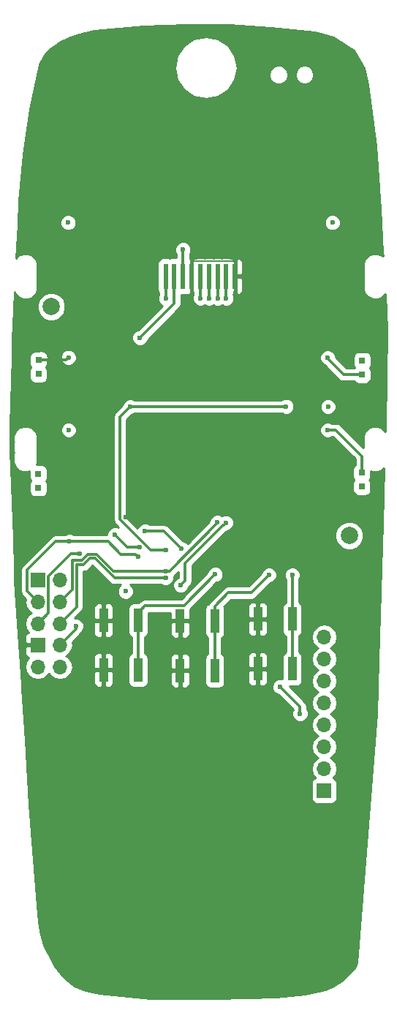
<source format=gbr>
G04 #@! TF.FileFunction,Copper,L1,Top,Signal*
%FSLAX46Y46*%
G04 Gerber Fmt 4.6, Leading zero omitted, Abs format (unit mm)*
G04 Created by KiCad (PCBNEW 4.0.6) date Sun Nov  4 10:49:20 2018*
%MOMM*%
%LPD*%
G01*
G04 APERTURE LIST*
%ADD10C,0.100000*%
%ADD11R,1.700000X1.700000*%
%ADD12O,1.700000X1.700000*%
%ADD13C,2.000000*%
%ADD14R,0.600000X3.000000*%
%ADD15R,0.800000X0.800000*%
%ADD16R,1.000000X2.750000*%
%ADD17C,0.600000*%
%ADD18C,0.300000*%
%ADD19C,0.200000*%
%ADD20C,0.254000*%
G04 APERTURE END LIST*
D10*
D11*
X40460000Y-108920000D03*
D12*
X43000000Y-108920000D03*
X40460000Y-111460000D03*
X43000000Y-111460000D03*
X40460000Y-114000000D03*
X43000000Y-114000000D03*
D11*
X40460000Y-116460000D03*
D12*
X43000000Y-116460000D03*
X40460000Y-119000000D03*
X43000000Y-119000000D03*
D13*
X76530000Y-103800000D03*
D14*
X63280000Y-73800000D03*
X62280000Y-73800000D03*
X61280000Y-73800000D03*
X60280000Y-73800000D03*
X55280000Y-73800000D03*
X56280000Y-73800000D03*
X59280000Y-73800000D03*
X58280000Y-73800000D03*
X57280000Y-73800000D03*
D13*
X42030000Y-77300000D03*
D15*
X78030000Y-85170000D03*
X78030000Y-83570000D03*
X40540000Y-83500000D03*
X40540000Y-85100000D03*
X77980000Y-96540000D03*
X77980000Y-98140000D03*
X40530000Y-96660000D03*
X40530000Y-98260000D03*
D11*
X73634600Y-133324600D03*
D12*
X73634600Y-130784600D03*
X73634600Y-128244600D03*
X73634600Y-125704600D03*
X73634600Y-123164600D03*
X73634600Y-120624600D03*
X73634600Y-118084600D03*
X73634600Y-115544600D03*
D16*
X48088800Y-119359400D03*
X48088800Y-113609400D03*
X52088800Y-113609400D03*
X52088800Y-119359400D03*
X56946800Y-119430800D03*
X56946800Y-113680800D03*
X60946800Y-113680800D03*
X60946800Y-119430800D03*
X65938400Y-119227600D03*
X65938400Y-113477600D03*
X69938400Y-113477600D03*
X69938400Y-119227600D03*
D17*
X50630000Y-110260010D03*
X57280000Y-70720000D03*
X40540000Y-85100000D03*
X40530000Y-98260000D03*
X78120000Y-98220000D03*
X78120000Y-83570000D03*
X44020000Y-83190000D03*
X74030000Y-83220000D03*
X70600000Y-52230000D03*
X53030000Y-110260010D03*
X42760000Y-100420000D03*
X52230000Y-101650000D03*
X50630000Y-101650000D03*
X57020000Y-109560000D03*
X62260000Y-102310000D03*
X62280000Y-76320000D03*
X44136096Y-104500012D03*
X52080000Y-106250000D03*
X55280000Y-108700000D03*
X61270373Y-102300373D03*
X61280000Y-76330000D03*
X55280000Y-107900000D03*
X55270000Y-76350000D03*
X69230000Y-88850000D03*
X51160000Y-88880000D03*
X74070000Y-88880000D03*
X55280000Y-105500000D03*
X59290000Y-76330000D03*
X60290000Y-76320000D03*
X45300000Y-105880000D03*
X44879990Y-114300000D03*
X74020000Y-91590000D03*
X40530000Y-96660000D03*
X44040000Y-91580000D03*
X52300000Y-80890000D03*
X68503800Y-121285000D03*
X70840600Y-124409200D03*
X52882800Y-103301800D03*
X52238579Y-105139821D03*
X49414619Y-103729959D03*
X57099200Y-105308400D03*
X69933800Y-108356400D03*
X43980000Y-67580000D03*
X74580000Y-67580000D03*
X67233800Y-108356400D03*
X61010800Y-108305600D03*
D18*
X57280000Y-70720000D02*
X57280000Y-73800000D01*
X40540000Y-83500000D02*
X43710000Y-83500000D01*
X43710000Y-83500000D02*
X44020000Y-83190000D01*
X78030000Y-85170000D02*
X75880000Y-85170000D01*
X75880000Y-85170000D02*
X74030000Y-83320000D01*
X74030000Y-83320000D02*
X74030000Y-83220000D01*
D19*
X58280000Y-73800000D02*
X58280000Y-72100000D01*
X58280000Y-72100000D02*
X58380001Y-71999999D01*
X63280000Y-72100000D02*
X63280000Y-73800000D01*
X58380001Y-71999999D02*
X63179999Y-71999999D01*
X63179999Y-71999999D02*
X63280000Y-72100000D01*
D18*
X40460000Y-116460000D02*
X39310000Y-116460000D01*
X39310000Y-116460000D02*
X38500000Y-115650000D01*
X50630000Y-101650000D02*
X52230000Y-101650000D01*
X44136096Y-104500012D02*
X42549986Y-104500012D01*
X42549986Y-104500012D02*
X39259999Y-107789999D01*
X39259999Y-107789999D02*
X39259999Y-110259999D01*
X39259999Y-110259999D02*
X40460000Y-111460000D01*
X57530000Y-106960000D02*
X57530000Y-109050000D01*
X57530000Y-109050000D02*
X57020000Y-109560000D01*
X61880001Y-102609999D02*
X57530000Y-106960000D01*
X62260000Y-102310000D02*
X61960001Y-102609999D01*
X61960001Y-102609999D02*
X61880001Y-102609999D01*
X62280000Y-73800000D02*
X62280000Y-76320000D01*
X52080000Y-106250000D02*
X51780001Y-105950001D01*
X51780001Y-105950001D02*
X50070001Y-105950001D01*
X50070001Y-105950001D02*
X48620012Y-104500012D01*
X44136096Y-104500012D02*
X48620012Y-104500012D01*
X44950010Y-107180010D02*
X44950010Y-112049990D01*
X44950010Y-112049990D02*
X43000000Y-114000000D01*
X45737988Y-107180010D02*
X44950010Y-107180010D01*
X46467999Y-106449999D02*
X45737988Y-107180010D01*
X46467999Y-106449999D02*
X47092001Y-106449999D01*
X47092001Y-106449999D02*
X49342002Y-108700000D01*
X49342002Y-108700000D02*
X55280000Y-108700000D01*
X44450000Y-106680000D02*
X44450000Y-110010000D01*
X44450000Y-110010000D02*
X43000000Y-111460000D01*
X45530878Y-106680000D02*
X44450000Y-106680000D01*
X46260889Y-105949989D02*
X45530878Y-106680000D01*
X55280000Y-107900000D02*
X55730000Y-107900000D01*
X61270373Y-102359627D02*
X61270373Y-102300373D01*
X55730000Y-107900000D02*
X61270373Y-102359627D01*
X61280000Y-73800000D02*
X61280000Y-76330000D01*
X46260889Y-105949989D02*
X47299111Y-105949989D01*
X49249122Y-107900000D02*
X55280000Y-107900000D01*
X47299111Y-105949989D02*
X49249122Y-107900000D01*
X55280000Y-73800000D02*
X55280000Y-76340000D01*
X55280000Y-76340000D02*
X55270000Y-76350000D01*
X51160000Y-88880000D02*
X49979999Y-90060001D01*
X49979999Y-90060001D02*
X49979999Y-101962001D01*
X53517998Y-105500000D02*
X54230000Y-105500000D01*
X49979999Y-101962001D02*
X53517998Y-105500000D01*
X54230000Y-105500000D02*
X55280000Y-105500000D01*
X51160000Y-88880000D02*
X69200000Y-88880000D01*
X69200000Y-88880000D02*
X69230000Y-88850000D01*
X59280000Y-73800000D02*
X59280000Y-76320000D01*
X59280000Y-76320000D02*
X59290000Y-76330000D01*
X60290000Y-76320000D02*
X60290000Y-73810000D01*
X60290000Y-73810000D02*
X60280000Y-73800000D01*
X40460000Y-114000000D02*
X41660001Y-112799999D01*
X44263998Y-105880000D02*
X45300000Y-105880000D01*
X41660001Y-112799999D02*
X41660001Y-108483997D01*
X41660001Y-108483997D02*
X44263998Y-105880000D01*
X44879990Y-114300000D02*
X44879990Y-114580010D01*
X44879990Y-114580010D02*
X43000000Y-116460000D01*
X77980000Y-96540000D02*
X77980000Y-94600000D01*
X77980000Y-94600000D02*
X74970000Y-91590000D01*
X74970000Y-91590000D02*
X74020000Y-91590000D01*
X52300000Y-80890000D02*
X56280000Y-76910000D01*
X56280000Y-76910000D02*
X56280000Y-73800000D01*
X70840600Y-124409200D02*
X70840600Y-123621800D01*
X70840600Y-123621800D02*
X68503800Y-121285000D01*
X49414619Y-103729959D02*
X50824481Y-105139821D01*
X50824481Y-105139821D02*
X52238579Y-105139821D01*
X57099200Y-105308400D02*
X55092600Y-103301800D01*
X55092600Y-103301800D02*
X54043802Y-103301800D01*
X54043802Y-103301800D02*
X52882800Y-103301800D01*
X69938400Y-113477600D02*
X69938400Y-108361000D01*
X69938400Y-108361000D02*
X69933800Y-108356400D01*
X69938400Y-113477600D02*
X69938400Y-119227600D01*
X60946800Y-113680800D02*
X60946800Y-112005800D01*
X60946800Y-112005800D02*
X62538800Y-110413800D01*
X62538800Y-110413800D02*
X65176400Y-110413800D01*
X65176400Y-110413800D02*
X67233800Y-108356400D01*
X60946800Y-113680800D02*
X60946800Y-119430800D01*
X52088800Y-113609400D02*
X52088800Y-112734400D01*
X52088800Y-112734400D02*
X52888800Y-111934400D01*
X52888800Y-111934400D02*
X57382000Y-111934400D01*
X57382000Y-111934400D02*
X61010800Y-108305600D01*
X52088800Y-113609400D02*
X52088800Y-119359400D01*
D20*
G36*
X67444321Y-45007921D02*
X72561283Y-45499936D01*
X74702773Y-46151694D01*
X77025573Y-47609138D01*
X78229743Y-49660686D01*
X78650464Y-51624050D01*
X79643016Y-58671172D01*
X80091309Y-66043096D01*
X80391275Y-71042524D01*
X80391503Y-71043396D01*
X80391383Y-71044289D01*
X80418600Y-71479754D01*
X80315564Y-71376539D01*
X79806702Y-71165241D01*
X79255715Y-71164760D01*
X78746485Y-71375169D01*
X78356539Y-71764436D01*
X78145241Y-72273298D01*
X78144760Y-72824285D01*
X78145196Y-72825339D01*
X78144760Y-73324285D01*
X78186217Y-73424618D01*
X78145241Y-73523298D01*
X78144760Y-74074285D01*
X78145196Y-74075339D01*
X78144760Y-74574285D01*
X78186217Y-74674618D01*
X78145241Y-74773298D01*
X78144760Y-75324285D01*
X78355169Y-75833515D01*
X78744436Y-76223461D01*
X79253298Y-76434759D01*
X79804285Y-76435240D01*
X80313515Y-76224831D01*
X80674030Y-75864944D01*
X80839806Y-80009361D01*
X80690121Y-90986306D01*
X80671452Y-91733048D01*
X80315564Y-91376539D01*
X79806702Y-91165241D01*
X79255715Y-91164760D01*
X78746485Y-91375169D01*
X78356539Y-91764436D01*
X78145241Y-92273298D01*
X78144760Y-92824285D01*
X78145196Y-92825339D01*
X78144760Y-93324285D01*
X78186217Y-93424618D01*
X78145241Y-93523298D01*
X78145126Y-93654968D01*
X75525079Y-91034921D01*
X75270407Y-90864755D01*
X74970000Y-90805000D01*
X74557506Y-90805000D01*
X74550327Y-90797808D01*
X74206799Y-90655162D01*
X73834833Y-90654838D01*
X73491057Y-90796883D01*
X73227808Y-91059673D01*
X73085162Y-91403201D01*
X73084838Y-91775167D01*
X73226883Y-92118943D01*
X73489673Y-92382192D01*
X73833201Y-92524838D01*
X74205167Y-92525162D01*
X74548943Y-92383117D01*
X74557074Y-92375000D01*
X74644842Y-92375000D01*
X77195000Y-94925158D01*
X77195000Y-95633156D01*
X77128559Y-95675910D01*
X76983569Y-95888110D01*
X76932560Y-96140000D01*
X76932560Y-96940000D01*
X76976838Y-97175317D01*
X77083759Y-97341477D01*
X76983569Y-97488110D01*
X76932560Y-97740000D01*
X76932560Y-98540000D01*
X76976838Y-98775317D01*
X77115910Y-98991441D01*
X77328110Y-99136431D01*
X77580000Y-99187440D01*
X78380000Y-99187440D01*
X78615317Y-99143162D01*
X78831441Y-99004090D01*
X78976431Y-98791890D01*
X79027440Y-98540000D01*
X79027440Y-98472780D01*
X79054838Y-98406799D01*
X79055162Y-98034833D01*
X79027440Y-97967740D01*
X79027440Y-97740000D01*
X78983162Y-97504683D01*
X78876241Y-97338523D01*
X78976431Y-97191890D01*
X79027440Y-96940000D01*
X79027440Y-96340975D01*
X79253298Y-96434759D01*
X79804285Y-96435240D01*
X80313515Y-96224831D01*
X80556407Y-95982362D01*
X80340405Y-102376027D01*
X80340715Y-102377919D01*
X80340288Y-102379787D01*
X79890319Y-118178708D01*
X79690895Y-124460543D01*
X77399705Y-153249843D01*
X77235061Y-153710847D01*
X75600615Y-155345293D01*
X74714225Y-155921446D01*
X73781956Y-156320990D01*
X71387004Y-156847880D01*
X68053507Y-157191034D01*
X61042283Y-157389934D01*
X53534556Y-157340214D01*
X47564011Y-156797437D01*
X45966565Y-156421567D01*
X44746698Y-155924585D01*
X43954006Y-155352085D01*
X43084135Y-154527997D01*
X42452842Y-153671242D01*
X41164836Y-151238345D01*
X40845563Y-150052474D01*
X40604235Y-148507969D01*
X40407144Y-146635606D01*
X39508354Y-134951327D01*
X39058705Y-127517135D01*
X39057045Y-127510813D01*
X39058305Y-127500963D01*
X38640789Y-121470167D01*
X67568638Y-121470167D01*
X67710683Y-121813943D01*
X67973473Y-122077192D01*
X68317001Y-122219838D01*
X68328490Y-122219848D01*
X70030542Y-123921900D01*
X69905762Y-124222401D01*
X69905438Y-124594367D01*
X70047483Y-124938143D01*
X70310273Y-125201392D01*
X70653801Y-125344038D01*
X71025767Y-125344362D01*
X71369543Y-125202317D01*
X71632792Y-124939527D01*
X71775438Y-124595999D01*
X71775762Y-124224033D01*
X71633717Y-123880257D01*
X71625600Y-123872126D01*
X71625600Y-123621800D01*
X71624463Y-123616083D01*
X71565845Y-123321393D01*
X71395679Y-123066721D01*
X69578998Y-121250040D01*
X70438400Y-121250040D01*
X70673717Y-121205762D01*
X70889841Y-121066690D01*
X71034831Y-120854490D01*
X71085840Y-120602600D01*
X71085840Y-117852600D01*
X71041562Y-117617283D01*
X70902490Y-117401159D01*
X70723400Y-117278792D01*
X70723400Y-115544600D01*
X72120507Y-115544600D01*
X72233546Y-116112885D01*
X72555453Y-116594654D01*
X72884626Y-116814600D01*
X72555453Y-117034546D01*
X72233546Y-117516315D01*
X72120507Y-118084600D01*
X72233546Y-118652885D01*
X72555453Y-119134654D01*
X72884626Y-119354600D01*
X72555453Y-119574546D01*
X72233546Y-120056315D01*
X72120507Y-120624600D01*
X72233546Y-121192885D01*
X72555453Y-121674654D01*
X72884626Y-121894600D01*
X72555453Y-122114546D01*
X72233546Y-122596315D01*
X72120507Y-123164600D01*
X72233546Y-123732885D01*
X72555453Y-124214654D01*
X72884626Y-124434600D01*
X72555453Y-124654546D01*
X72233546Y-125136315D01*
X72120507Y-125704600D01*
X72233546Y-126272885D01*
X72555453Y-126754654D01*
X72884626Y-126974600D01*
X72555453Y-127194546D01*
X72233546Y-127676315D01*
X72120507Y-128244600D01*
X72233546Y-128812885D01*
X72555453Y-129294654D01*
X72884626Y-129514600D01*
X72555453Y-129734546D01*
X72233546Y-130216315D01*
X72120507Y-130784600D01*
X72233546Y-131352885D01*
X72555453Y-131834654D01*
X72597052Y-131862450D01*
X72549283Y-131871438D01*
X72333159Y-132010510D01*
X72188169Y-132222710D01*
X72137160Y-132474600D01*
X72137160Y-134174600D01*
X72181438Y-134409917D01*
X72320510Y-134626041D01*
X72532710Y-134771031D01*
X72784600Y-134822040D01*
X74484600Y-134822040D01*
X74719917Y-134777762D01*
X74936041Y-134638690D01*
X75081031Y-134426490D01*
X75132040Y-134174600D01*
X75132040Y-132474600D01*
X75087762Y-132239283D01*
X74948690Y-132023159D01*
X74736490Y-131878169D01*
X74669059Y-131864514D01*
X74713747Y-131834654D01*
X75035654Y-131352885D01*
X75148693Y-130784600D01*
X75035654Y-130216315D01*
X74713747Y-129734546D01*
X74384574Y-129514600D01*
X74713747Y-129294654D01*
X75035654Y-128812885D01*
X75148693Y-128244600D01*
X75035654Y-127676315D01*
X74713747Y-127194546D01*
X74384574Y-126974600D01*
X74713747Y-126754654D01*
X75035654Y-126272885D01*
X75148693Y-125704600D01*
X75035654Y-125136315D01*
X74713747Y-124654546D01*
X74384574Y-124434600D01*
X74713747Y-124214654D01*
X75035654Y-123732885D01*
X75148693Y-123164600D01*
X75035654Y-122596315D01*
X74713747Y-122114546D01*
X74384574Y-121894600D01*
X74713747Y-121674654D01*
X75035654Y-121192885D01*
X75148693Y-120624600D01*
X75035654Y-120056315D01*
X74713747Y-119574546D01*
X74384574Y-119354600D01*
X74713747Y-119134654D01*
X75035654Y-118652885D01*
X75148693Y-118084600D01*
X75035654Y-117516315D01*
X74713747Y-117034546D01*
X74384574Y-116814600D01*
X74713747Y-116594654D01*
X75035654Y-116112885D01*
X75148693Y-115544600D01*
X75035654Y-114976315D01*
X74713747Y-114494546D01*
X74231978Y-114172639D01*
X73663693Y-114059600D01*
X73605507Y-114059600D01*
X73037222Y-114172639D01*
X72555453Y-114494546D01*
X72233546Y-114976315D01*
X72120507Y-115544600D01*
X70723400Y-115544600D01*
X70723400Y-115423792D01*
X70889841Y-115316690D01*
X71034831Y-115104490D01*
X71085840Y-114852600D01*
X71085840Y-112102600D01*
X71041562Y-111867283D01*
X70902490Y-111651159D01*
X70723400Y-111528792D01*
X70723400Y-108889314D01*
X70725992Y-108886727D01*
X70868638Y-108543199D01*
X70868962Y-108171233D01*
X70726917Y-107827457D01*
X70464127Y-107564208D01*
X70120599Y-107421562D01*
X69748633Y-107421238D01*
X69404857Y-107563283D01*
X69141608Y-107826073D01*
X68998962Y-108169601D01*
X68998638Y-108541567D01*
X69140683Y-108885343D01*
X69153400Y-108898082D01*
X69153400Y-111531408D01*
X68986959Y-111638510D01*
X68841969Y-111850710D01*
X68790960Y-112102600D01*
X68790960Y-114852600D01*
X68835238Y-115087917D01*
X68974310Y-115304041D01*
X69153400Y-115426408D01*
X69153400Y-117281408D01*
X68986959Y-117388510D01*
X68841969Y-117600710D01*
X68790960Y-117852600D01*
X68790960Y-120391836D01*
X68690599Y-120350162D01*
X68318633Y-120349838D01*
X67974857Y-120491883D01*
X67711608Y-120754673D01*
X67568962Y-121098201D01*
X67568638Y-121470167D01*
X38640789Y-121470167D01*
X38608305Y-121000964D01*
X38608097Y-121000200D01*
X38608196Y-120999414D01*
X38108479Y-114003377D01*
X37809363Y-109018110D01*
X37772520Y-107789999D01*
X38474999Y-107789999D01*
X38474999Y-110259999D01*
X38534754Y-110560406D01*
X38704920Y-110815078D01*
X39012924Y-111123082D01*
X38945907Y-111460000D01*
X39058946Y-112028285D01*
X39380853Y-112510054D01*
X39710026Y-112730000D01*
X39380853Y-112949946D01*
X39058946Y-113431715D01*
X38945907Y-114000000D01*
X39058946Y-114568285D01*
X39363867Y-115024633D01*
X39250302Y-115071673D01*
X39071673Y-115250301D01*
X38975000Y-115483690D01*
X38975000Y-116174250D01*
X39133750Y-116333000D01*
X40333000Y-116333000D01*
X40333000Y-116313000D01*
X40587000Y-116313000D01*
X40587000Y-116333000D01*
X40607000Y-116333000D01*
X40607000Y-116587000D01*
X40587000Y-116587000D01*
X40587000Y-116607000D01*
X40333000Y-116607000D01*
X40333000Y-116587000D01*
X39133750Y-116587000D01*
X38975000Y-116745750D01*
X38975000Y-117436310D01*
X39071673Y-117669699D01*
X39250302Y-117848327D01*
X39424777Y-117920597D01*
X39380853Y-117949946D01*
X39058946Y-118431715D01*
X38945907Y-119000000D01*
X39058946Y-119568285D01*
X39380853Y-120050054D01*
X39862622Y-120371961D01*
X40430907Y-120485000D01*
X40489093Y-120485000D01*
X41057378Y-120371961D01*
X41539147Y-120050054D01*
X41730000Y-119764422D01*
X41920853Y-120050054D01*
X42402622Y-120371961D01*
X42970907Y-120485000D01*
X43029093Y-120485000D01*
X43597378Y-120371961D01*
X44079147Y-120050054D01*
X44349694Y-119645150D01*
X46953800Y-119645150D01*
X46953800Y-120860709D01*
X47050473Y-121094098D01*
X47229101Y-121272727D01*
X47462490Y-121369400D01*
X47803050Y-121369400D01*
X47961800Y-121210650D01*
X47961800Y-119486400D01*
X48215800Y-119486400D01*
X48215800Y-121210650D01*
X48374550Y-121369400D01*
X48715110Y-121369400D01*
X48948499Y-121272727D01*
X49127127Y-121094098D01*
X49223800Y-120860709D01*
X49223800Y-119645150D01*
X49065050Y-119486400D01*
X48215800Y-119486400D01*
X47961800Y-119486400D01*
X47112550Y-119486400D01*
X46953800Y-119645150D01*
X44349694Y-119645150D01*
X44401054Y-119568285D01*
X44514093Y-119000000D01*
X44401054Y-118431715D01*
X44079147Y-117949946D01*
X43941677Y-117858091D01*
X46953800Y-117858091D01*
X46953800Y-119073650D01*
X47112550Y-119232400D01*
X47961800Y-119232400D01*
X47961800Y-117508150D01*
X48215800Y-117508150D01*
X48215800Y-119232400D01*
X49065050Y-119232400D01*
X49223800Y-119073650D01*
X49223800Y-117858091D01*
X49127127Y-117624702D01*
X48948499Y-117446073D01*
X48715110Y-117349400D01*
X48374550Y-117349400D01*
X48215800Y-117508150D01*
X47961800Y-117508150D01*
X47803050Y-117349400D01*
X47462490Y-117349400D01*
X47229101Y-117446073D01*
X47050473Y-117624702D01*
X46953800Y-117858091D01*
X43941677Y-117858091D01*
X43749974Y-117730000D01*
X44079147Y-117510054D01*
X44401054Y-117028285D01*
X44514093Y-116460000D01*
X44447076Y-116123082D01*
X45435069Y-115135089D01*
X45571644Y-114930690D01*
X45672182Y-114830327D01*
X45814828Y-114486799D01*
X45815152Y-114114833D01*
X45724382Y-113895150D01*
X46953800Y-113895150D01*
X46953800Y-115110709D01*
X47050473Y-115344098D01*
X47229101Y-115522727D01*
X47462490Y-115619400D01*
X47803050Y-115619400D01*
X47961800Y-115460650D01*
X47961800Y-113736400D01*
X48215800Y-113736400D01*
X48215800Y-115460650D01*
X48374550Y-115619400D01*
X48715110Y-115619400D01*
X48948499Y-115522727D01*
X49127127Y-115344098D01*
X49223800Y-115110709D01*
X49223800Y-113895150D01*
X49065050Y-113736400D01*
X48215800Y-113736400D01*
X47961800Y-113736400D01*
X47112550Y-113736400D01*
X46953800Y-113895150D01*
X45724382Y-113895150D01*
X45673107Y-113771057D01*
X45410317Y-113507808D01*
X45066789Y-113365162D01*
X44745276Y-113364882D01*
X45505089Y-112605069D01*
X45675255Y-112350396D01*
X45723453Y-112108091D01*
X46953800Y-112108091D01*
X46953800Y-113323650D01*
X47112550Y-113482400D01*
X47961800Y-113482400D01*
X47961800Y-111758150D01*
X48215800Y-111758150D01*
X48215800Y-113482400D01*
X49065050Y-113482400D01*
X49223800Y-113323650D01*
X49223800Y-112234400D01*
X50941360Y-112234400D01*
X50941360Y-114984400D01*
X50985638Y-115219717D01*
X51124710Y-115435841D01*
X51303800Y-115558208D01*
X51303800Y-117413208D01*
X51137359Y-117520310D01*
X50992369Y-117732510D01*
X50941360Y-117984400D01*
X50941360Y-120734400D01*
X50985638Y-120969717D01*
X51124710Y-121185841D01*
X51336910Y-121330831D01*
X51588800Y-121381840D01*
X52588800Y-121381840D01*
X52824117Y-121337562D01*
X53040241Y-121198490D01*
X53185231Y-120986290D01*
X53236240Y-120734400D01*
X53236240Y-119716550D01*
X55811800Y-119716550D01*
X55811800Y-120932109D01*
X55908473Y-121165498D01*
X56087101Y-121344127D01*
X56320490Y-121440800D01*
X56661050Y-121440800D01*
X56819800Y-121282050D01*
X56819800Y-119557800D01*
X57073800Y-119557800D01*
X57073800Y-121282050D01*
X57232550Y-121440800D01*
X57573110Y-121440800D01*
X57806499Y-121344127D01*
X57985127Y-121165498D01*
X58081800Y-120932109D01*
X58081800Y-119716550D01*
X57923050Y-119557800D01*
X57073800Y-119557800D01*
X56819800Y-119557800D01*
X55970550Y-119557800D01*
X55811800Y-119716550D01*
X53236240Y-119716550D01*
X53236240Y-117984400D01*
X53225909Y-117929491D01*
X55811800Y-117929491D01*
X55811800Y-119145050D01*
X55970550Y-119303800D01*
X56819800Y-119303800D01*
X56819800Y-117579550D01*
X57073800Y-117579550D01*
X57073800Y-119303800D01*
X57923050Y-119303800D01*
X58081800Y-119145050D01*
X58081800Y-117929491D01*
X57985127Y-117696102D01*
X57806499Y-117517473D01*
X57573110Y-117420800D01*
X57232550Y-117420800D01*
X57073800Y-117579550D01*
X56819800Y-117579550D01*
X56661050Y-117420800D01*
X56320490Y-117420800D01*
X56087101Y-117517473D01*
X55908473Y-117696102D01*
X55811800Y-117929491D01*
X53225909Y-117929491D01*
X53191962Y-117749083D01*
X53052890Y-117532959D01*
X52873800Y-117410592D01*
X52873800Y-115555592D01*
X53040241Y-115448490D01*
X53185231Y-115236290D01*
X53236240Y-114984400D01*
X53236240Y-113966550D01*
X55811800Y-113966550D01*
X55811800Y-115182109D01*
X55908473Y-115415498D01*
X56087101Y-115594127D01*
X56320490Y-115690800D01*
X56661050Y-115690800D01*
X56819800Y-115532050D01*
X56819800Y-113807800D01*
X57073800Y-113807800D01*
X57073800Y-115532050D01*
X57232550Y-115690800D01*
X57573110Y-115690800D01*
X57806499Y-115594127D01*
X57985127Y-115415498D01*
X58081800Y-115182109D01*
X58081800Y-113966550D01*
X57923050Y-113807800D01*
X57073800Y-113807800D01*
X56819800Y-113807800D01*
X55970550Y-113807800D01*
X55811800Y-113966550D01*
X53236240Y-113966550D01*
X53236240Y-112719400D01*
X55811800Y-112719400D01*
X55811800Y-113395050D01*
X55970550Y-113553800D01*
X56819800Y-113553800D01*
X56819800Y-113533800D01*
X57073800Y-113533800D01*
X57073800Y-113553800D01*
X57923050Y-113553800D01*
X58081800Y-113395050D01*
X58081800Y-112344758D01*
X58120758Y-112305800D01*
X59799360Y-112305800D01*
X59799360Y-115055800D01*
X59843638Y-115291117D01*
X59982710Y-115507241D01*
X60161800Y-115629608D01*
X60161800Y-117484608D01*
X59995359Y-117591710D01*
X59850369Y-117803910D01*
X59799360Y-118055800D01*
X59799360Y-120805800D01*
X59843638Y-121041117D01*
X59982710Y-121257241D01*
X60194910Y-121402231D01*
X60446800Y-121453240D01*
X61446800Y-121453240D01*
X61682117Y-121408962D01*
X61898241Y-121269890D01*
X62043231Y-121057690D01*
X62094240Y-120805800D01*
X62094240Y-119513350D01*
X64803400Y-119513350D01*
X64803400Y-120728909D01*
X64900073Y-120962298D01*
X65078701Y-121140927D01*
X65312090Y-121237600D01*
X65652650Y-121237600D01*
X65811400Y-121078850D01*
X65811400Y-119354600D01*
X66065400Y-119354600D01*
X66065400Y-121078850D01*
X66224150Y-121237600D01*
X66564710Y-121237600D01*
X66798099Y-121140927D01*
X66976727Y-120962298D01*
X67073400Y-120728909D01*
X67073400Y-119513350D01*
X66914650Y-119354600D01*
X66065400Y-119354600D01*
X65811400Y-119354600D01*
X64962150Y-119354600D01*
X64803400Y-119513350D01*
X62094240Y-119513350D01*
X62094240Y-118055800D01*
X62049962Y-117820483D01*
X61989352Y-117726291D01*
X64803400Y-117726291D01*
X64803400Y-118941850D01*
X64962150Y-119100600D01*
X65811400Y-119100600D01*
X65811400Y-117376350D01*
X66065400Y-117376350D01*
X66065400Y-119100600D01*
X66914650Y-119100600D01*
X67073400Y-118941850D01*
X67073400Y-117726291D01*
X66976727Y-117492902D01*
X66798099Y-117314273D01*
X66564710Y-117217600D01*
X66224150Y-117217600D01*
X66065400Y-117376350D01*
X65811400Y-117376350D01*
X65652650Y-117217600D01*
X65312090Y-117217600D01*
X65078701Y-117314273D01*
X64900073Y-117492902D01*
X64803400Y-117726291D01*
X61989352Y-117726291D01*
X61910890Y-117604359D01*
X61731800Y-117481992D01*
X61731800Y-115626992D01*
X61898241Y-115519890D01*
X62043231Y-115307690D01*
X62094240Y-115055800D01*
X62094240Y-113763350D01*
X64803400Y-113763350D01*
X64803400Y-114978909D01*
X64900073Y-115212298D01*
X65078701Y-115390927D01*
X65312090Y-115487600D01*
X65652650Y-115487600D01*
X65811400Y-115328850D01*
X65811400Y-113604600D01*
X66065400Y-113604600D01*
X66065400Y-115328850D01*
X66224150Y-115487600D01*
X66564710Y-115487600D01*
X66798099Y-115390927D01*
X66976727Y-115212298D01*
X67073400Y-114978909D01*
X67073400Y-113763350D01*
X66914650Y-113604600D01*
X66065400Y-113604600D01*
X65811400Y-113604600D01*
X64962150Y-113604600D01*
X64803400Y-113763350D01*
X62094240Y-113763350D01*
X62094240Y-112305800D01*
X62049962Y-112070483D01*
X62027375Y-112035383D01*
X62086467Y-111976291D01*
X64803400Y-111976291D01*
X64803400Y-113191850D01*
X64962150Y-113350600D01*
X65811400Y-113350600D01*
X65811400Y-111626350D01*
X66065400Y-111626350D01*
X66065400Y-113350600D01*
X66914650Y-113350600D01*
X67073400Y-113191850D01*
X67073400Y-111976291D01*
X66976727Y-111742902D01*
X66798099Y-111564273D01*
X66564710Y-111467600D01*
X66224150Y-111467600D01*
X66065400Y-111626350D01*
X65811400Y-111626350D01*
X65652650Y-111467600D01*
X65312090Y-111467600D01*
X65078701Y-111564273D01*
X64900073Y-111742902D01*
X64803400Y-111976291D01*
X62086467Y-111976291D01*
X62863958Y-111198800D01*
X65176400Y-111198800D01*
X65476807Y-111139045D01*
X65731479Y-110968879D01*
X67408805Y-109291553D01*
X67418967Y-109291562D01*
X67762743Y-109149517D01*
X68025992Y-108886727D01*
X68168638Y-108543199D01*
X68168962Y-108171233D01*
X68026917Y-107827457D01*
X67764127Y-107564208D01*
X67420599Y-107421562D01*
X67048633Y-107421238D01*
X66704857Y-107563283D01*
X66441608Y-107826073D01*
X66298962Y-108169601D01*
X66298952Y-108181090D01*
X64851242Y-109628800D01*
X62538800Y-109628800D01*
X62238393Y-109688555D01*
X61983721Y-109858721D01*
X60391721Y-111450721D01*
X60225109Y-111700074D01*
X60211483Y-111702638D01*
X59995359Y-111841710D01*
X59850369Y-112053910D01*
X59799360Y-112305800D01*
X58120758Y-112305800D01*
X61185805Y-109240753D01*
X61195967Y-109240762D01*
X61539743Y-109098717D01*
X61802992Y-108835927D01*
X61945638Y-108492399D01*
X61945962Y-108120433D01*
X61803917Y-107776657D01*
X61541127Y-107513408D01*
X61197599Y-107370762D01*
X60825633Y-107370438D01*
X60481857Y-107512483D01*
X60218608Y-107775273D01*
X60075962Y-108118801D01*
X60075952Y-108130290D01*
X57056842Y-111149400D01*
X52888800Y-111149400D01*
X52588394Y-111209155D01*
X52333721Y-111379321D01*
X52126082Y-111586960D01*
X51588800Y-111586960D01*
X51353483Y-111631238D01*
X51137359Y-111770310D01*
X50992369Y-111982510D01*
X50941360Y-112234400D01*
X49223800Y-112234400D01*
X49223800Y-112108091D01*
X49127127Y-111874702D01*
X48948499Y-111696073D01*
X48715110Y-111599400D01*
X48374550Y-111599400D01*
X48215800Y-111758150D01*
X47961800Y-111758150D01*
X47803050Y-111599400D01*
X47462490Y-111599400D01*
X47229101Y-111696073D01*
X47050473Y-111874702D01*
X46953800Y-112108091D01*
X45723453Y-112108091D01*
X45735011Y-112049990D01*
X45735010Y-112049985D01*
X45735010Y-107965010D01*
X45737988Y-107965010D01*
X46038395Y-107905255D01*
X46293067Y-107735089D01*
X46780000Y-107248156D01*
X48786923Y-109255079D01*
X49041596Y-109425245D01*
X49342002Y-109485000D01*
X50082918Y-109485000D01*
X49837808Y-109729683D01*
X49695162Y-110073211D01*
X49694838Y-110445177D01*
X49836883Y-110788953D01*
X50099673Y-111052202D01*
X50443201Y-111194848D01*
X50815167Y-111195172D01*
X51158943Y-111053127D01*
X51422192Y-110790337D01*
X51564838Y-110446809D01*
X51565162Y-110074843D01*
X51423117Y-109731067D01*
X51177479Y-109485000D01*
X54742494Y-109485000D01*
X54749673Y-109492192D01*
X55093201Y-109634838D01*
X55465167Y-109635162D01*
X55808943Y-109493117D01*
X56072192Y-109230327D01*
X56214838Y-108886799D01*
X56215162Y-108514833D01*
X56210941Y-108504617D01*
X56285079Y-108455079D01*
X56745000Y-107995158D01*
X56745000Y-108661956D01*
X56491057Y-108766883D01*
X56227808Y-109029673D01*
X56085162Y-109373201D01*
X56084838Y-109745167D01*
X56226883Y-110088943D01*
X56489673Y-110352192D01*
X56833201Y-110494838D01*
X57205167Y-110495162D01*
X57548943Y-110353117D01*
X57812192Y-110090327D01*
X57954838Y-109746799D01*
X57954848Y-109735310D01*
X58085079Y-109605079D01*
X58255245Y-109350406D01*
X58315000Y-109050000D01*
X58315000Y-107285158D01*
X61476363Y-104123795D01*
X74894716Y-104123795D01*
X75143106Y-104724943D01*
X75602637Y-105185278D01*
X76203352Y-105434716D01*
X76853795Y-105435284D01*
X77454943Y-105186894D01*
X77915278Y-104727363D01*
X78164716Y-104126648D01*
X78165284Y-103476205D01*
X77916894Y-102875057D01*
X77457363Y-102414722D01*
X76856648Y-102165284D01*
X76206205Y-102164716D01*
X75605057Y-102413106D01*
X75144722Y-102872637D01*
X74895284Y-103473352D01*
X74894716Y-104123795D01*
X61476363Y-104123795D01*
X62273988Y-103326170D01*
X62395291Y-103245119D01*
X62445167Y-103245162D01*
X62788943Y-103103117D01*
X63052192Y-102840327D01*
X63194838Y-102496799D01*
X63195162Y-102124833D01*
X63053117Y-101781057D01*
X62790327Y-101517808D01*
X62446799Y-101375162D01*
X62074833Y-101374838D01*
X61776469Y-101498119D01*
X61457172Y-101365535D01*
X61085206Y-101365211D01*
X60741430Y-101507256D01*
X60478181Y-101770046D01*
X60335535Y-102113574D01*
X60335473Y-102184369D01*
X57816417Y-104703425D01*
X57629527Y-104516208D01*
X57285999Y-104373562D01*
X57274510Y-104373552D01*
X55647679Y-102746721D01*
X55393007Y-102576555D01*
X55092600Y-102516800D01*
X53420306Y-102516800D01*
X53413127Y-102509608D01*
X53069599Y-102366962D01*
X52697633Y-102366638D01*
X52353857Y-102508683D01*
X52090608Y-102771473D01*
X52034574Y-102906418D01*
X50764999Y-101636843D01*
X50764999Y-90385159D01*
X51335005Y-89815153D01*
X51345167Y-89815162D01*
X51688943Y-89673117D01*
X51697074Y-89665000D01*
X68754600Y-89665000D01*
X69043201Y-89784838D01*
X69415167Y-89785162D01*
X69758943Y-89643117D01*
X70022192Y-89380327D01*
X70153058Y-89065167D01*
X73134838Y-89065167D01*
X73276883Y-89408943D01*
X73539673Y-89672192D01*
X73883201Y-89814838D01*
X74255167Y-89815162D01*
X74598943Y-89673117D01*
X74862192Y-89410327D01*
X75004838Y-89066799D01*
X75005162Y-88694833D01*
X74863117Y-88351057D01*
X74600327Y-88087808D01*
X74256799Y-87945162D01*
X73884833Y-87944838D01*
X73541057Y-88086883D01*
X73277808Y-88349673D01*
X73135162Y-88693201D01*
X73134838Y-89065167D01*
X70153058Y-89065167D01*
X70164838Y-89036799D01*
X70165162Y-88664833D01*
X70023117Y-88321057D01*
X69760327Y-88057808D01*
X69416799Y-87915162D01*
X69044833Y-87914838D01*
X68701057Y-88056883D01*
X68662873Y-88095000D01*
X51697506Y-88095000D01*
X51690327Y-88087808D01*
X51346799Y-87945162D01*
X50974833Y-87944838D01*
X50631057Y-88086883D01*
X50367808Y-88349673D01*
X50225162Y-88693201D01*
X50225152Y-88704690D01*
X49424920Y-89504922D01*
X49254754Y-89759594D01*
X49254754Y-89759595D01*
X49194999Y-90060001D01*
X49194999Y-101962001D01*
X49254754Y-102262408D01*
X49424920Y-102517080D01*
X49775067Y-102867227D01*
X49601418Y-102795121D01*
X49229452Y-102794797D01*
X48885676Y-102936842D01*
X48622427Y-103199632D01*
X48479781Y-103543160D01*
X48479631Y-103715012D01*
X44673602Y-103715012D01*
X44666423Y-103707820D01*
X44322895Y-103565174D01*
X43950929Y-103564850D01*
X43607153Y-103706895D01*
X43599022Y-103715012D01*
X42549986Y-103715012D01*
X42249579Y-103774767D01*
X41994907Y-103944933D01*
X38704920Y-107234920D01*
X38534754Y-107489592D01*
X38534754Y-107489593D01*
X38474999Y-107789999D01*
X37772520Y-107789999D01*
X37659681Y-104028710D01*
X37659303Y-104027070D01*
X37659574Y-104025411D01*
X37310000Y-93937704D01*
X37310000Y-92824285D01*
X37644760Y-92824285D01*
X37686217Y-92924618D01*
X37645241Y-93023298D01*
X37644760Y-93574285D01*
X37645196Y-93575339D01*
X37644760Y-94074285D01*
X37686217Y-94174618D01*
X37645241Y-94273298D01*
X37644760Y-94824285D01*
X37645196Y-94825339D01*
X37644760Y-95324285D01*
X37855169Y-95833515D01*
X38244436Y-96223461D01*
X38753298Y-96434759D01*
X39304285Y-96435240D01*
X39482560Y-96361578D01*
X39482560Y-97060000D01*
X39526838Y-97295317D01*
X39633759Y-97461477D01*
X39533569Y-97608110D01*
X39482560Y-97860000D01*
X39482560Y-98660000D01*
X39526838Y-98895317D01*
X39665910Y-99111441D01*
X39878110Y-99256431D01*
X40130000Y-99307440D01*
X40930000Y-99307440D01*
X41165317Y-99263162D01*
X41381441Y-99124090D01*
X41526431Y-98911890D01*
X41577440Y-98660000D01*
X41577440Y-97860000D01*
X41533162Y-97624683D01*
X41426241Y-97458523D01*
X41526431Y-97311890D01*
X41577440Y-97060000D01*
X41577440Y-96260000D01*
X41533162Y-96024683D01*
X41394090Y-95808559D01*
X41181890Y-95663569D01*
X40930000Y-95612560D01*
X40296060Y-95612560D01*
X40414759Y-95326702D01*
X40415240Y-94775715D01*
X40414804Y-94774661D01*
X40415240Y-94275715D01*
X40373783Y-94175382D01*
X40414759Y-94076702D01*
X40415240Y-93525715D01*
X40414804Y-93524661D01*
X40415240Y-93025715D01*
X40373783Y-92925382D01*
X40414759Y-92826702D01*
X40415240Y-92275715D01*
X40204831Y-91766485D01*
X40203516Y-91765167D01*
X43104838Y-91765167D01*
X43246883Y-92108943D01*
X43509673Y-92372192D01*
X43853201Y-92514838D01*
X44225167Y-92515162D01*
X44568943Y-92373117D01*
X44832192Y-92110327D01*
X44974838Y-91766799D01*
X44975162Y-91394833D01*
X44833117Y-91051057D01*
X44570327Y-90787808D01*
X44226799Y-90645162D01*
X43854833Y-90644838D01*
X43511057Y-90786883D01*
X43247808Y-91049673D01*
X43105162Y-91393201D01*
X43104838Y-91765167D01*
X40203516Y-91765167D01*
X39815564Y-91376539D01*
X39306702Y-91165241D01*
X38755715Y-91164760D01*
X38246485Y-91375169D01*
X37856539Y-91764436D01*
X37645241Y-92273298D01*
X37644760Y-92824285D01*
X37310000Y-92824285D01*
X37310000Y-90959247D01*
X37514515Y-83100000D01*
X39492560Y-83100000D01*
X39492560Y-83900000D01*
X39536838Y-84135317D01*
X39643759Y-84301477D01*
X39543569Y-84448110D01*
X39492560Y-84700000D01*
X39492560Y-85500000D01*
X39536838Y-85735317D01*
X39675910Y-85951441D01*
X39888110Y-86096431D01*
X40140000Y-86147440D01*
X40940000Y-86147440D01*
X41175317Y-86103162D01*
X41391441Y-85964090D01*
X41536431Y-85751890D01*
X41587440Y-85500000D01*
X41587440Y-84700000D01*
X41543162Y-84464683D01*
X41436241Y-84298523D01*
X41536431Y-84151890D01*
X41587440Y-83900000D01*
X41587440Y-83429099D01*
X41598167Y-83375167D01*
X43084838Y-83375167D01*
X43226883Y-83718943D01*
X43489673Y-83982192D01*
X43833201Y-84124838D01*
X44205167Y-84125162D01*
X44548943Y-83983117D01*
X44812192Y-83720327D01*
X44943058Y-83405167D01*
X73094838Y-83405167D01*
X73236883Y-83748943D01*
X73499673Y-84012192D01*
X73691821Y-84091979D01*
X75324921Y-85725079D01*
X75579593Y-85895245D01*
X75880000Y-85955000D01*
X77123156Y-85955000D01*
X77165910Y-86021441D01*
X77378110Y-86166431D01*
X77630000Y-86217440D01*
X78430000Y-86217440D01*
X78665317Y-86173162D01*
X78881441Y-86034090D01*
X79026431Y-85821890D01*
X79077440Y-85570000D01*
X79077440Y-84770000D01*
X79033162Y-84534683D01*
X78926241Y-84368523D01*
X79026431Y-84221890D01*
X79077440Y-83970000D01*
X79077440Y-83170000D01*
X79033162Y-82934683D01*
X78894090Y-82718559D01*
X78681890Y-82573569D01*
X78430000Y-82522560D01*
X77630000Y-82522560D01*
X77394683Y-82566838D01*
X77178559Y-82705910D01*
X77033569Y-82918110D01*
X76982560Y-83170000D01*
X76982560Y-83970000D01*
X77026838Y-84205317D01*
X77133759Y-84371477D01*
X77124519Y-84385000D01*
X76205158Y-84385000D01*
X74965066Y-83144908D01*
X74965162Y-83034833D01*
X74823117Y-82691057D01*
X74560327Y-82427808D01*
X74216799Y-82285162D01*
X73844833Y-82284838D01*
X73501057Y-82426883D01*
X73237808Y-82689673D01*
X73095162Y-83033201D01*
X73094838Y-83405167D01*
X44943058Y-83405167D01*
X44954838Y-83376799D01*
X44955162Y-83004833D01*
X44813117Y-82661057D01*
X44550327Y-82397808D01*
X44206799Y-82255162D01*
X43834833Y-82254838D01*
X43491057Y-82396883D01*
X43227808Y-82659673D01*
X43085162Y-83003201D01*
X43084838Y-83375167D01*
X41598167Y-83375167D01*
X41635000Y-83190000D01*
X41575245Y-82889594D01*
X41405079Y-82634921D01*
X41150406Y-82464755D01*
X40850000Y-82405000D01*
X40610901Y-82452560D01*
X40140000Y-82452560D01*
X39904683Y-82496838D01*
X39688559Y-82635910D01*
X39543569Y-82848110D01*
X39492560Y-83100000D01*
X37514515Y-83100000D01*
X37567205Y-81075167D01*
X51364838Y-81075167D01*
X51506883Y-81418943D01*
X51769673Y-81682192D01*
X52113201Y-81824838D01*
X52485167Y-81825162D01*
X52828943Y-81683117D01*
X53092192Y-81420327D01*
X53234838Y-81076799D01*
X53234848Y-81065310D01*
X56835079Y-77465079D01*
X57005245Y-77210407D01*
X57065000Y-76910000D01*
X57065000Y-75947440D01*
X57580000Y-75947440D01*
X57788850Y-75908142D01*
X57853691Y-75935000D01*
X57994250Y-75935000D01*
X58153000Y-75776250D01*
X58153000Y-75586182D01*
X58176431Y-75551890D01*
X58227440Y-75300000D01*
X58227440Y-72300000D01*
X58332560Y-72300000D01*
X58332560Y-75300000D01*
X58376838Y-75535317D01*
X58407000Y-75582190D01*
X58407000Y-75776250D01*
X58478037Y-75847287D01*
X58355162Y-76143201D01*
X58354838Y-76515167D01*
X58496883Y-76858943D01*
X58759673Y-77122192D01*
X59103201Y-77264838D01*
X59475167Y-77265162D01*
X59802422Y-77129943D01*
X60103201Y-77254838D01*
X60475167Y-77255162D01*
X60773268Y-77131990D01*
X61093201Y-77264838D01*
X61465167Y-77265162D01*
X61792422Y-77129943D01*
X62093201Y-77254838D01*
X62465167Y-77255162D01*
X62808943Y-77113117D01*
X63072192Y-76850327D01*
X63214838Y-76506799D01*
X63215162Y-76134833D01*
X63092144Y-75837106D01*
X63153000Y-75776250D01*
X63153000Y-75586182D01*
X63176431Y-75551890D01*
X63227440Y-75300000D01*
X63227440Y-73927000D01*
X63407000Y-73927000D01*
X63407000Y-75776250D01*
X63565750Y-75935000D01*
X63706309Y-75935000D01*
X63939698Y-75838327D01*
X64118327Y-75659699D01*
X64215000Y-75426310D01*
X64215000Y-74085750D01*
X64056250Y-73927000D01*
X63407000Y-73927000D01*
X63227440Y-73927000D01*
X63227440Y-72300000D01*
X63183162Y-72064683D01*
X63153000Y-72017810D01*
X63153000Y-71823750D01*
X63407000Y-71823750D01*
X63407000Y-73673000D01*
X64056250Y-73673000D01*
X64215000Y-73514250D01*
X64215000Y-72173690D01*
X64118327Y-71940301D01*
X63939698Y-71761673D01*
X63706309Y-71665000D01*
X63565750Y-71665000D01*
X63407000Y-71823750D01*
X63153000Y-71823750D01*
X62994250Y-71665000D01*
X62853691Y-71665000D01*
X62783993Y-71693870D01*
X62580000Y-71652560D01*
X61980000Y-71652560D01*
X61772658Y-71691574D01*
X61580000Y-71652560D01*
X60980000Y-71652560D01*
X60772658Y-71691574D01*
X60580000Y-71652560D01*
X59980000Y-71652560D01*
X59772658Y-71691574D01*
X59580000Y-71652560D01*
X58980000Y-71652560D01*
X58771150Y-71691858D01*
X58706309Y-71665000D01*
X58565750Y-71665000D01*
X58407000Y-71823750D01*
X58407000Y-72013818D01*
X58383569Y-72048110D01*
X58332560Y-72300000D01*
X58227440Y-72300000D01*
X58183162Y-72064683D01*
X58153000Y-72017810D01*
X58153000Y-71823750D01*
X58065000Y-71735750D01*
X58065000Y-71257506D01*
X58072192Y-71250327D01*
X58214838Y-70906799D01*
X58215162Y-70534833D01*
X58073117Y-70191057D01*
X57810327Y-69927808D01*
X57466799Y-69785162D01*
X57094833Y-69784838D01*
X56751057Y-69926883D01*
X56487808Y-70189673D01*
X56345162Y-70533201D01*
X56344838Y-70905167D01*
X56486883Y-71248943D01*
X56495000Y-71257074D01*
X56495000Y-71652560D01*
X55980000Y-71652560D01*
X55772658Y-71691574D01*
X55580000Y-71652560D01*
X54980000Y-71652560D01*
X54744683Y-71696838D01*
X54528559Y-71835910D01*
X54383569Y-72048110D01*
X54332560Y-72300000D01*
X54332560Y-75300000D01*
X54376838Y-75535317D01*
X54495000Y-75718946D01*
X54495000Y-75802511D01*
X54477808Y-75819673D01*
X54335162Y-76163201D01*
X54334838Y-76535167D01*
X54476883Y-76878943D01*
X54739673Y-77142192D01*
X54879563Y-77200279D01*
X52124995Y-79954847D01*
X52114833Y-79954838D01*
X51771057Y-80096883D01*
X51507808Y-80359673D01*
X51365162Y-80703201D01*
X51364838Y-81075167D01*
X37567205Y-81075167D01*
X37657018Y-77623795D01*
X40394716Y-77623795D01*
X40643106Y-78224943D01*
X41102637Y-78685278D01*
X41703352Y-78934716D01*
X42353795Y-78935284D01*
X42954943Y-78686894D01*
X43415278Y-78227363D01*
X43664716Y-77626648D01*
X43665284Y-76976205D01*
X43416894Y-76375057D01*
X42957363Y-75914722D01*
X42356648Y-75665284D01*
X41706205Y-75664716D01*
X41105057Y-75913106D01*
X40644722Y-76372637D01*
X40395284Y-76973352D01*
X40394716Y-77623795D01*
X37657018Y-77623795D01*
X37659522Y-77527605D01*
X37759283Y-75601453D01*
X37855169Y-75833515D01*
X38244436Y-76223461D01*
X38753298Y-76434759D01*
X39304285Y-76435240D01*
X39813515Y-76224831D01*
X40203461Y-75835564D01*
X40414759Y-75326702D01*
X40415240Y-74775715D01*
X40414804Y-74774661D01*
X40415240Y-74275715D01*
X40373783Y-74175382D01*
X40414759Y-74076702D01*
X40415240Y-73525715D01*
X40373783Y-73425382D01*
X40414759Y-73326702D01*
X40415240Y-72775715D01*
X40414804Y-72774661D01*
X40415240Y-72275715D01*
X40204831Y-71766485D01*
X39815564Y-71376539D01*
X39306702Y-71165241D01*
X38755715Y-71164760D01*
X38246485Y-71375169D01*
X37963546Y-71657616D01*
X38165146Y-67765167D01*
X43044838Y-67765167D01*
X43186883Y-68108943D01*
X43449673Y-68372192D01*
X43793201Y-68514838D01*
X44165167Y-68515162D01*
X44508943Y-68373117D01*
X44772192Y-68110327D01*
X44914838Y-67766799D01*
X44914839Y-67765167D01*
X73644838Y-67765167D01*
X73786883Y-68108943D01*
X74049673Y-68372192D01*
X74393201Y-68514838D01*
X74765167Y-68515162D01*
X75108943Y-68373117D01*
X75372192Y-68110327D01*
X75514838Y-67766799D01*
X75515162Y-67394833D01*
X75373117Y-67051057D01*
X75110327Y-66787808D01*
X74766799Y-66645162D01*
X74394833Y-66644838D01*
X74051057Y-66786883D01*
X73787808Y-67049673D01*
X73645162Y-67393201D01*
X73644838Y-67765167D01*
X44914839Y-67765167D01*
X44915162Y-67394833D01*
X44773117Y-67051057D01*
X44510327Y-66787808D01*
X44166799Y-66645162D01*
X43794833Y-66644838D01*
X43451057Y-66786883D01*
X43187808Y-67049673D01*
X43045162Y-67393201D01*
X43044838Y-67765167D01*
X38165146Y-67765167D01*
X38308305Y-65001107D01*
X38805354Y-59632982D01*
X39549259Y-54425641D01*
X40585483Y-49650000D01*
X56333112Y-49650000D01*
X56608431Y-51034123D01*
X57392474Y-52207526D01*
X58565877Y-52991569D01*
X59950000Y-53266888D01*
X61334123Y-52991569D01*
X62507526Y-52207526D01*
X63291569Y-51034123D01*
X63361039Y-50684873D01*
X67264812Y-50684873D01*
X67429646Y-51083800D01*
X67734595Y-51389282D01*
X68133233Y-51554811D01*
X68564873Y-51555188D01*
X68963800Y-51390354D01*
X69269282Y-51085405D01*
X69434811Y-50686767D01*
X69434812Y-50684873D01*
X70264812Y-50684873D01*
X70429646Y-51083800D01*
X70734595Y-51389282D01*
X71133233Y-51554811D01*
X71564873Y-51555188D01*
X71963800Y-51390354D01*
X72269282Y-51085405D01*
X72434811Y-50686767D01*
X72435188Y-50255127D01*
X72270354Y-49856200D01*
X71965405Y-49550718D01*
X71566767Y-49385189D01*
X71135127Y-49384812D01*
X70736200Y-49549646D01*
X70430718Y-49854595D01*
X70265189Y-50253233D01*
X70264812Y-50684873D01*
X69434812Y-50684873D01*
X69435188Y-50255127D01*
X69270354Y-49856200D01*
X68965405Y-49550718D01*
X68566767Y-49385189D01*
X68135127Y-49384812D01*
X67736200Y-49549646D01*
X67430718Y-49854595D01*
X67265189Y-50253233D01*
X67264812Y-50684873D01*
X63361039Y-50684873D01*
X63566888Y-49650000D01*
X63291569Y-48265877D01*
X62507526Y-47092474D01*
X61334123Y-46308431D01*
X59950000Y-46033112D01*
X58565877Y-46308431D01*
X57392474Y-47092474D01*
X56608431Y-48265877D01*
X56333112Y-49650000D01*
X40585483Y-49650000D01*
X40673723Y-49243331D01*
X41229433Y-48174659D01*
X42004659Y-47399433D01*
X43149979Y-46620615D01*
X44257454Y-46113023D01*
X45578830Y-45688294D01*
X47003693Y-45403322D01*
X52694489Y-44858985D01*
X57660657Y-44710000D01*
X62578286Y-44710000D01*
X67444321Y-45007921D01*
X67444321Y-45007921D01*
G37*
X67444321Y-45007921D02*
X72561283Y-45499936D01*
X74702773Y-46151694D01*
X77025573Y-47609138D01*
X78229743Y-49660686D01*
X78650464Y-51624050D01*
X79643016Y-58671172D01*
X80091309Y-66043096D01*
X80391275Y-71042524D01*
X80391503Y-71043396D01*
X80391383Y-71044289D01*
X80418600Y-71479754D01*
X80315564Y-71376539D01*
X79806702Y-71165241D01*
X79255715Y-71164760D01*
X78746485Y-71375169D01*
X78356539Y-71764436D01*
X78145241Y-72273298D01*
X78144760Y-72824285D01*
X78145196Y-72825339D01*
X78144760Y-73324285D01*
X78186217Y-73424618D01*
X78145241Y-73523298D01*
X78144760Y-74074285D01*
X78145196Y-74075339D01*
X78144760Y-74574285D01*
X78186217Y-74674618D01*
X78145241Y-74773298D01*
X78144760Y-75324285D01*
X78355169Y-75833515D01*
X78744436Y-76223461D01*
X79253298Y-76434759D01*
X79804285Y-76435240D01*
X80313515Y-76224831D01*
X80674030Y-75864944D01*
X80839806Y-80009361D01*
X80690121Y-90986306D01*
X80671452Y-91733048D01*
X80315564Y-91376539D01*
X79806702Y-91165241D01*
X79255715Y-91164760D01*
X78746485Y-91375169D01*
X78356539Y-91764436D01*
X78145241Y-92273298D01*
X78144760Y-92824285D01*
X78145196Y-92825339D01*
X78144760Y-93324285D01*
X78186217Y-93424618D01*
X78145241Y-93523298D01*
X78145126Y-93654968D01*
X75525079Y-91034921D01*
X75270407Y-90864755D01*
X74970000Y-90805000D01*
X74557506Y-90805000D01*
X74550327Y-90797808D01*
X74206799Y-90655162D01*
X73834833Y-90654838D01*
X73491057Y-90796883D01*
X73227808Y-91059673D01*
X73085162Y-91403201D01*
X73084838Y-91775167D01*
X73226883Y-92118943D01*
X73489673Y-92382192D01*
X73833201Y-92524838D01*
X74205167Y-92525162D01*
X74548943Y-92383117D01*
X74557074Y-92375000D01*
X74644842Y-92375000D01*
X77195000Y-94925158D01*
X77195000Y-95633156D01*
X77128559Y-95675910D01*
X76983569Y-95888110D01*
X76932560Y-96140000D01*
X76932560Y-96940000D01*
X76976838Y-97175317D01*
X77083759Y-97341477D01*
X76983569Y-97488110D01*
X76932560Y-97740000D01*
X76932560Y-98540000D01*
X76976838Y-98775317D01*
X77115910Y-98991441D01*
X77328110Y-99136431D01*
X77580000Y-99187440D01*
X78380000Y-99187440D01*
X78615317Y-99143162D01*
X78831441Y-99004090D01*
X78976431Y-98791890D01*
X79027440Y-98540000D01*
X79027440Y-98472780D01*
X79054838Y-98406799D01*
X79055162Y-98034833D01*
X79027440Y-97967740D01*
X79027440Y-97740000D01*
X78983162Y-97504683D01*
X78876241Y-97338523D01*
X78976431Y-97191890D01*
X79027440Y-96940000D01*
X79027440Y-96340975D01*
X79253298Y-96434759D01*
X79804285Y-96435240D01*
X80313515Y-96224831D01*
X80556407Y-95982362D01*
X80340405Y-102376027D01*
X80340715Y-102377919D01*
X80340288Y-102379787D01*
X79890319Y-118178708D01*
X79690895Y-124460543D01*
X77399705Y-153249843D01*
X77235061Y-153710847D01*
X75600615Y-155345293D01*
X74714225Y-155921446D01*
X73781956Y-156320990D01*
X71387004Y-156847880D01*
X68053507Y-157191034D01*
X61042283Y-157389934D01*
X53534556Y-157340214D01*
X47564011Y-156797437D01*
X45966565Y-156421567D01*
X44746698Y-155924585D01*
X43954006Y-155352085D01*
X43084135Y-154527997D01*
X42452842Y-153671242D01*
X41164836Y-151238345D01*
X40845563Y-150052474D01*
X40604235Y-148507969D01*
X40407144Y-146635606D01*
X39508354Y-134951327D01*
X39058705Y-127517135D01*
X39057045Y-127510813D01*
X39058305Y-127500963D01*
X38640789Y-121470167D01*
X67568638Y-121470167D01*
X67710683Y-121813943D01*
X67973473Y-122077192D01*
X68317001Y-122219838D01*
X68328490Y-122219848D01*
X70030542Y-123921900D01*
X69905762Y-124222401D01*
X69905438Y-124594367D01*
X70047483Y-124938143D01*
X70310273Y-125201392D01*
X70653801Y-125344038D01*
X71025767Y-125344362D01*
X71369543Y-125202317D01*
X71632792Y-124939527D01*
X71775438Y-124595999D01*
X71775762Y-124224033D01*
X71633717Y-123880257D01*
X71625600Y-123872126D01*
X71625600Y-123621800D01*
X71624463Y-123616083D01*
X71565845Y-123321393D01*
X71395679Y-123066721D01*
X69578998Y-121250040D01*
X70438400Y-121250040D01*
X70673717Y-121205762D01*
X70889841Y-121066690D01*
X71034831Y-120854490D01*
X71085840Y-120602600D01*
X71085840Y-117852600D01*
X71041562Y-117617283D01*
X70902490Y-117401159D01*
X70723400Y-117278792D01*
X70723400Y-115544600D01*
X72120507Y-115544600D01*
X72233546Y-116112885D01*
X72555453Y-116594654D01*
X72884626Y-116814600D01*
X72555453Y-117034546D01*
X72233546Y-117516315D01*
X72120507Y-118084600D01*
X72233546Y-118652885D01*
X72555453Y-119134654D01*
X72884626Y-119354600D01*
X72555453Y-119574546D01*
X72233546Y-120056315D01*
X72120507Y-120624600D01*
X72233546Y-121192885D01*
X72555453Y-121674654D01*
X72884626Y-121894600D01*
X72555453Y-122114546D01*
X72233546Y-122596315D01*
X72120507Y-123164600D01*
X72233546Y-123732885D01*
X72555453Y-124214654D01*
X72884626Y-124434600D01*
X72555453Y-124654546D01*
X72233546Y-125136315D01*
X72120507Y-125704600D01*
X72233546Y-126272885D01*
X72555453Y-126754654D01*
X72884626Y-126974600D01*
X72555453Y-127194546D01*
X72233546Y-127676315D01*
X72120507Y-128244600D01*
X72233546Y-128812885D01*
X72555453Y-129294654D01*
X72884626Y-129514600D01*
X72555453Y-129734546D01*
X72233546Y-130216315D01*
X72120507Y-130784600D01*
X72233546Y-131352885D01*
X72555453Y-131834654D01*
X72597052Y-131862450D01*
X72549283Y-131871438D01*
X72333159Y-132010510D01*
X72188169Y-132222710D01*
X72137160Y-132474600D01*
X72137160Y-134174600D01*
X72181438Y-134409917D01*
X72320510Y-134626041D01*
X72532710Y-134771031D01*
X72784600Y-134822040D01*
X74484600Y-134822040D01*
X74719917Y-134777762D01*
X74936041Y-134638690D01*
X75081031Y-134426490D01*
X75132040Y-134174600D01*
X75132040Y-132474600D01*
X75087762Y-132239283D01*
X74948690Y-132023159D01*
X74736490Y-131878169D01*
X74669059Y-131864514D01*
X74713747Y-131834654D01*
X75035654Y-131352885D01*
X75148693Y-130784600D01*
X75035654Y-130216315D01*
X74713747Y-129734546D01*
X74384574Y-129514600D01*
X74713747Y-129294654D01*
X75035654Y-128812885D01*
X75148693Y-128244600D01*
X75035654Y-127676315D01*
X74713747Y-127194546D01*
X74384574Y-126974600D01*
X74713747Y-126754654D01*
X75035654Y-126272885D01*
X75148693Y-125704600D01*
X75035654Y-125136315D01*
X74713747Y-124654546D01*
X74384574Y-124434600D01*
X74713747Y-124214654D01*
X75035654Y-123732885D01*
X75148693Y-123164600D01*
X75035654Y-122596315D01*
X74713747Y-122114546D01*
X74384574Y-121894600D01*
X74713747Y-121674654D01*
X75035654Y-121192885D01*
X75148693Y-120624600D01*
X75035654Y-120056315D01*
X74713747Y-119574546D01*
X74384574Y-119354600D01*
X74713747Y-119134654D01*
X75035654Y-118652885D01*
X75148693Y-118084600D01*
X75035654Y-117516315D01*
X74713747Y-117034546D01*
X74384574Y-116814600D01*
X74713747Y-116594654D01*
X75035654Y-116112885D01*
X75148693Y-115544600D01*
X75035654Y-114976315D01*
X74713747Y-114494546D01*
X74231978Y-114172639D01*
X73663693Y-114059600D01*
X73605507Y-114059600D01*
X73037222Y-114172639D01*
X72555453Y-114494546D01*
X72233546Y-114976315D01*
X72120507Y-115544600D01*
X70723400Y-115544600D01*
X70723400Y-115423792D01*
X70889841Y-115316690D01*
X71034831Y-115104490D01*
X71085840Y-114852600D01*
X71085840Y-112102600D01*
X71041562Y-111867283D01*
X70902490Y-111651159D01*
X70723400Y-111528792D01*
X70723400Y-108889314D01*
X70725992Y-108886727D01*
X70868638Y-108543199D01*
X70868962Y-108171233D01*
X70726917Y-107827457D01*
X70464127Y-107564208D01*
X70120599Y-107421562D01*
X69748633Y-107421238D01*
X69404857Y-107563283D01*
X69141608Y-107826073D01*
X68998962Y-108169601D01*
X68998638Y-108541567D01*
X69140683Y-108885343D01*
X69153400Y-108898082D01*
X69153400Y-111531408D01*
X68986959Y-111638510D01*
X68841969Y-111850710D01*
X68790960Y-112102600D01*
X68790960Y-114852600D01*
X68835238Y-115087917D01*
X68974310Y-115304041D01*
X69153400Y-115426408D01*
X69153400Y-117281408D01*
X68986959Y-117388510D01*
X68841969Y-117600710D01*
X68790960Y-117852600D01*
X68790960Y-120391836D01*
X68690599Y-120350162D01*
X68318633Y-120349838D01*
X67974857Y-120491883D01*
X67711608Y-120754673D01*
X67568962Y-121098201D01*
X67568638Y-121470167D01*
X38640789Y-121470167D01*
X38608305Y-121000964D01*
X38608097Y-121000200D01*
X38608196Y-120999414D01*
X38108479Y-114003377D01*
X37809363Y-109018110D01*
X37772520Y-107789999D01*
X38474999Y-107789999D01*
X38474999Y-110259999D01*
X38534754Y-110560406D01*
X38704920Y-110815078D01*
X39012924Y-111123082D01*
X38945907Y-111460000D01*
X39058946Y-112028285D01*
X39380853Y-112510054D01*
X39710026Y-112730000D01*
X39380853Y-112949946D01*
X39058946Y-113431715D01*
X38945907Y-114000000D01*
X39058946Y-114568285D01*
X39363867Y-115024633D01*
X39250302Y-115071673D01*
X39071673Y-115250301D01*
X38975000Y-115483690D01*
X38975000Y-116174250D01*
X39133750Y-116333000D01*
X40333000Y-116333000D01*
X40333000Y-116313000D01*
X40587000Y-116313000D01*
X40587000Y-116333000D01*
X40607000Y-116333000D01*
X40607000Y-116587000D01*
X40587000Y-116587000D01*
X40587000Y-116607000D01*
X40333000Y-116607000D01*
X40333000Y-116587000D01*
X39133750Y-116587000D01*
X38975000Y-116745750D01*
X38975000Y-117436310D01*
X39071673Y-117669699D01*
X39250302Y-117848327D01*
X39424777Y-117920597D01*
X39380853Y-117949946D01*
X39058946Y-118431715D01*
X38945907Y-119000000D01*
X39058946Y-119568285D01*
X39380853Y-120050054D01*
X39862622Y-120371961D01*
X40430907Y-120485000D01*
X40489093Y-120485000D01*
X41057378Y-120371961D01*
X41539147Y-120050054D01*
X41730000Y-119764422D01*
X41920853Y-120050054D01*
X42402622Y-120371961D01*
X42970907Y-120485000D01*
X43029093Y-120485000D01*
X43597378Y-120371961D01*
X44079147Y-120050054D01*
X44349694Y-119645150D01*
X46953800Y-119645150D01*
X46953800Y-120860709D01*
X47050473Y-121094098D01*
X47229101Y-121272727D01*
X47462490Y-121369400D01*
X47803050Y-121369400D01*
X47961800Y-121210650D01*
X47961800Y-119486400D01*
X48215800Y-119486400D01*
X48215800Y-121210650D01*
X48374550Y-121369400D01*
X48715110Y-121369400D01*
X48948499Y-121272727D01*
X49127127Y-121094098D01*
X49223800Y-120860709D01*
X49223800Y-119645150D01*
X49065050Y-119486400D01*
X48215800Y-119486400D01*
X47961800Y-119486400D01*
X47112550Y-119486400D01*
X46953800Y-119645150D01*
X44349694Y-119645150D01*
X44401054Y-119568285D01*
X44514093Y-119000000D01*
X44401054Y-118431715D01*
X44079147Y-117949946D01*
X43941677Y-117858091D01*
X46953800Y-117858091D01*
X46953800Y-119073650D01*
X47112550Y-119232400D01*
X47961800Y-119232400D01*
X47961800Y-117508150D01*
X48215800Y-117508150D01*
X48215800Y-119232400D01*
X49065050Y-119232400D01*
X49223800Y-119073650D01*
X49223800Y-117858091D01*
X49127127Y-117624702D01*
X48948499Y-117446073D01*
X48715110Y-117349400D01*
X48374550Y-117349400D01*
X48215800Y-117508150D01*
X47961800Y-117508150D01*
X47803050Y-117349400D01*
X47462490Y-117349400D01*
X47229101Y-117446073D01*
X47050473Y-117624702D01*
X46953800Y-117858091D01*
X43941677Y-117858091D01*
X43749974Y-117730000D01*
X44079147Y-117510054D01*
X44401054Y-117028285D01*
X44514093Y-116460000D01*
X44447076Y-116123082D01*
X45435069Y-115135089D01*
X45571644Y-114930690D01*
X45672182Y-114830327D01*
X45814828Y-114486799D01*
X45815152Y-114114833D01*
X45724382Y-113895150D01*
X46953800Y-113895150D01*
X46953800Y-115110709D01*
X47050473Y-115344098D01*
X47229101Y-115522727D01*
X47462490Y-115619400D01*
X47803050Y-115619400D01*
X47961800Y-115460650D01*
X47961800Y-113736400D01*
X48215800Y-113736400D01*
X48215800Y-115460650D01*
X48374550Y-115619400D01*
X48715110Y-115619400D01*
X48948499Y-115522727D01*
X49127127Y-115344098D01*
X49223800Y-115110709D01*
X49223800Y-113895150D01*
X49065050Y-113736400D01*
X48215800Y-113736400D01*
X47961800Y-113736400D01*
X47112550Y-113736400D01*
X46953800Y-113895150D01*
X45724382Y-113895150D01*
X45673107Y-113771057D01*
X45410317Y-113507808D01*
X45066789Y-113365162D01*
X44745276Y-113364882D01*
X45505089Y-112605069D01*
X45675255Y-112350396D01*
X45723453Y-112108091D01*
X46953800Y-112108091D01*
X46953800Y-113323650D01*
X47112550Y-113482400D01*
X47961800Y-113482400D01*
X47961800Y-111758150D01*
X48215800Y-111758150D01*
X48215800Y-113482400D01*
X49065050Y-113482400D01*
X49223800Y-113323650D01*
X49223800Y-112234400D01*
X50941360Y-112234400D01*
X50941360Y-114984400D01*
X50985638Y-115219717D01*
X51124710Y-115435841D01*
X51303800Y-115558208D01*
X51303800Y-117413208D01*
X51137359Y-117520310D01*
X50992369Y-117732510D01*
X50941360Y-117984400D01*
X50941360Y-120734400D01*
X50985638Y-120969717D01*
X51124710Y-121185841D01*
X51336910Y-121330831D01*
X51588800Y-121381840D01*
X52588800Y-121381840D01*
X52824117Y-121337562D01*
X53040241Y-121198490D01*
X53185231Y-120986290D01*
X53236240Y-120734400D01*
X53236240Y-119716550D01*
X55811800Y-119716550D01*
X55811800Y-120932109D01*
X55908473Y-121165498D01*
X56087101Y-121344127D01*
X56320490Y-121440800D01*
X56661050Y-121440800D01*
X56819800Y-121282050D01*
X56819800Y-119557800D01*
X57073800Y-119557800D01*
X57073800Y-121282050D01*
X57232550Y-121440800D01*
X57573110Y-121440800D01*
X57806499Y-121344127D01*
X57985127Y-121165498D01*
X58081800Y-120932109D01*
X58081800Y-119716550D01*
X57923050Y-119557800D01*
X57073800Y-119557800D01*
X56819800Y-119557800D01*
X55970550Y-119557800D01*
X55811800Y-119716550D01*
X53236240Y-119716550D01*
X53236240Y-117984400D01*
X53225909Y-117929491D01*
X55811800Y-117929491D01*
X55811800Y-119145050D01*
X55970550Y-119303800D01*
X56819800Y-119303800D01*
X56819800Y-117579550D01*
X57073800Y-117579550D01*
X57073800Y-119303800D01*
X57923050Y-119303800D01*
X58081800Y-119145050D01*
X58081800Y-117929491D01*
X57985127Y-117696102D01*
X57806499Y-117517473D01*
X57573110Y-117420800D01*
X57232550Y-117420800D01*
X57073800Y-117579550D01*
X56819800Y-117579550D01*
X56661050Y-117420800D01*
X56320490Y-117420800D01*
X56087101Y-117517473D01*
X55908473Y-117696102D01*
X55811800Y-117929491D01*
X53225909Y-117929491D01*
X53191962Y-117749083D01*
X53052890Y-117532959D01*
X52873800Y-117410592D01*
X52873800Y-115555592D01*
X53040241Y-115448490D01*
X53185231Y-115236290D01*
X53236240Y-114984400D01*
X53236240Y-113966550D01*
X55811800Y-113966550D01*
X55811800Y-115182109D01*
X55908473Y-115415498D01*
X56087101Y-115594127D01*
X56320490Y-115690800D01*
X56661050Y-115690800D01*
X56819800Y-115532050D01*
X56819800Y-113807800D01*
X57073800Y-113807800D01*
X57073800Y-115532050D01*
X57232550Y-115690800D01*
X57573110Y-115690800D01*
X57806499Y-115594127D01*
X57985127Y-115415498D01*
X58081800Y-115182109D01*
X58081800Y-113966550D01*
X57923050Y-113807800D01*
X57073800Y-113807800D01*
X56819800Y-113807800D01*
X55970550Y-113807800D01*
X55811800Y-113966550D01*
X53236240Y-113966550D01*
X53236240Y-112719400D01*
X55811800Y-112719400D01*
X55811800Y-113395050D01*
X55970550Y-113553800D01*
X56819800Y-113553800D01*
X56819800Y-113533800D01*
X57073800Y-113533800D01*
X57073800Y-113553800D01*
X57923050Y-113553800D01*
X58081800Y-113395050D01*
X58081800Y-112344758D01*
X58120758Y-112305800D01*
X59799360Y-112305800D01*
X59799360Y-115055800D01*
X59843638Y-115291117D01*
X59982710Y-115507241D01*
X60161800Y-115629608D01*
X60161800Y-117484608D01*
X59995359Y-117591710D01*
X59850369Y-117803910D01*
X59799360Y-118055800D01*
X59799360Y-120805800D01*
X59843638Y-121041117D01*
X59982710Y-121257241D01*
X60194910Y-121402231D01*
X60446800Y-121453240D01*
X61446800Y-121453240D01*
X61682117Y-121408962D01*
X61898241Y-121269890D01*
X62043231Y-121057690D01*
X62094240Y-120805800D01*
X62094240Y-119513350D01*
X64803400Y-119513350D01*
X64803400Y-120728909D01*
X64900073Y-120962298D01*
X65078701Y-121140927D01*
X65312090Y-121237600D01*
X65652650Y-121237600D01*
X65811400Y-121078850D01*
X65811400Y-119354600D01*
X66065400Y-119354600D01*
X66065400Y-121078850D01*
X66224150Y-121237600D01*
X66564710Y-121237600D01*
X66798099Y-121140927D01*
X66976727Y-120962298D01*
X67073400Y-120728909D01*
X67073400Y-119513350D01*
X66914650Y-119354600D01*
X66065400Y-119354600D01*
X65811400Y-119354600D01*
X64962150Y-119354600D01*
X64803400Y-119513350D01*
X62094240Y-119513350D01*
X62094240Y-118055800D01*
X62049962Y-117820483D01*
X61989352Y-117726291D01*
X64803400Y-117726291D01*
X64803400Y-118941850D01*
X64962150Y-119100600D01*
X65811400Y-119100600D01*
X65811400Y-117376350D01*
X66065400Y-117376350D01*
X66065400Y-119100600D01*
X66914650Y-119100600D01*
X67073400Y-118941850D01*
X67073400Y-117726291D01*
X66976727Y-117492902D01*
X66798099Y-117314273D01*
X66564710Y-117217600D01*
X66224150Y-117217600D01*
X66065400Y-117376350D01*
X65811400Y-117376350D01*
X65652650Y-117217600D01*
X65312090Y-117217600D01*
X65078701Y-117314273D01*
X64900073Y-117492902D01*
X64803400Y-117726291D01*
X61989352Y-117726291D01*
X61910890Y-117604359D01*
X61731800Y-117481992D01*
X61731800Y-115626992D01*
X61898241Y-115519890D01*
X62043231Y-115307690D01*
X62094240Y-115055800D01*
X62094240Y-113763350D01*
X64803400Y-113763350D01*
X64803400Y-114978909D01*
X64900073Y-115212298D01*
X65078701Y-115390927D01*
X65312090Y-115487600D01*
X65652650Y-115487600D01*
X65811400Y-115328850D01*
X65811400Y-113604600D01*
X66065400Y-113604600D01*
X66065400Y-115328850D01*
X66224150Y-115487600D01*
X66564710Y-115487600D01*
X66798099Y-115390927D01*
X66976727Y-115212298D01*
X67073400Y-114978909D01*
X67073400Y-113763350D01*
X66914650Y-113604600D01*
X66065400Y-113604600D01*
X65811400Y-113604600D01*
X64962150Y-113604600D01*
X64803400Y-113763350D01*
X62094240Y-113763350D01*
X62094240Y-112305800D01*
X62049962Y-112070483D01*
X62027375Y-112035383D01*
X62086467Y-111976291D01*
X64803400Y-111976291D01*
X64803400Y-113191850D01*
X64962150Y-113350600D01*
X65811400Y-113350600D01*
X65811400Y-111626350D01*
X66065400Y-111626350D01*
X66065400Y-113350600D01*
X66914650Y-113350600D01*
X67073400Y-113191850D01*
X67073400Y-111976291D01*
X66976727Y-111742902D01*
X66798099Y-111564273D01*
X66564710Y-111467600D01*
X66224150Y-111467600D01*
X66065400Y-111626350D01*
X65811400Y-111626350D01*
X65652650Y-111467600D01*
X65312090Y-111467600D01*
X65078701Y-111564273D01*
X64900073Y-111742902D01*
X64803400Y-111976291D01*
X62086467Y-111976291D01*
X62863958Y-111198800D01*
X65176400Y-111198800D01*
X65476807Y-111139045D01*
X65731479Y-110968879D01*
X67408805Y-109291553D01*
X67418967Y-109291562D01*
X67762743Y-109149517D01*
X68025992Y-108886727D01*
X68168638Y-108543199D01*
X68168962Y-108171233D01*
X68026917Y-107827457D01*
X67764127Y-107564208D01*
X67420599Y-107421562D01*
X67048633Y-107421238D01*
X66704857Y-107563283D01*
X66441608Y-107826073D01*
X66298962Y-108169601D01*
X66298952Y-108181090D01*
X64851242Y-109628800D01*
X62538800Y-109628800D01*
X62238393Y-109688555D01*
X61983721Y-109858721D01*
X60391721Y-111450721D01*
X60225109Y-111700074D01*
X60211483Y-111702638D01*
X59995359Y-111841710D01*
X59850369Y-112053910D01*
X59799360Y-112305800D01*
X58120758Y-112305800D01*
X61185805Y-109240753D01*
X61195967Y-109240762D01*
X61539743Y-109098717D01*
X61802992Y-108835927D01*
X61945638Y-108492399D01*
X61945962Y-108120433D01*
X61803917Y-107776657D01*
X61541127Y-107513408D01*
X61197599Y-107370762D01*
X60825633Y-107370438D01*
X60481857Y-107512483D01*
X60218608Y-107775273D01*
X60075962Y-108118801D01*
X60075952Y-108130290D01*
X57056842Y-111149400D01*
X52888800Y-111149400D01*
X52588394Y-111209155D01*
X52333721Y-111379321D01*
X52126082Y-111586960D01*
X51588800Y-111586960D01*
X51353483Y-111631238D01*
X51137359Y-111770310D01*
X50992369Y-111982510D01*
X50941360Y-112234400D01*
X49223800Y-112234400D01*
X49223800Y-112108091D01*
X49127127Y-111874702D01*
X48948499Y-111696073D01*
X48715110Y-111599400D01*
X48374550Y-111599400D01*
X48215800Y-111758150D01*
X47961800Y-111758150D01*
X47803050Y-111599400D01*
X47462490Y-111599400D01*
X47229101Y-111696073D01*
X47050473Y-111874702D01*
X46953800Y-112108091D01*
X45723453Y-112108091D01*
X45735011Y-112049990D01*
X45735010Y-112049985D01*
X45735010Y-107965010D01*
X45737988Y-107965010D01*
X46038395Y-107905255D01*
X46293067Y-107735089D01*
X46780000Y-107248156D01*
X48786923Y-109255079D01*
X49041596Y-109425245D01*
X49342002Y-109485000D01*
X50082918Y-109485000D01*
X49837808Y-109729683D01*
X49695162Y-110073211D01*
X49694838Y-110445177D01*
X49836883Y-110788953D01*
X50099673Y-111052202D01*
X50443201Y-111194848D01*
X50815167Y-111195172D01*
X51158943Y-111053127D01*
X51422192Y-110790337D01*
X51564838Y-110446809D01*
X51565162Y-110074843D01*
X51423117Y-109731067D01*
X51177479Y-109485000D01*
X54742494Y-109485000D01*
X54749673Y-109492192D01*
X55093201Y-109634838D01*
X55465167Y-109635162D01*
X55808943Y-109493117D01*
X56072192Y-109230327D01*
X56214838Y-108886799D01*
X56215162Y-108514833D01*
X56210941Y-108504617D01*
X56285079Y-108455079D01*
X56745000Y-107995158D01*
X56745000Y-108661956D01*
X56491057Y-108766883D01*
X56227808Y-109029673D01*
X56085162Y-109373201D01*
X56084838Y-109745167D01*
X56226883Y-110088943D01*
X56489673Y-110352192D01*
X56833201Y-110494838D01*
X57205167Y-110495162D01*
X57548943Y-110353117D01*
X57812192Y-110090327D01*
X57954838Y-109746799D01*
X57954848Y-109735310D01*
X58085079Y-109605079D01*
X58255245Y-109350406D01*
X58315000Y-109050000D01*
X58315000Y-107285158D01*
X61476363Y-104123795D01*
X74894716Y-104123795D01*
X75143106Y-104724943D01*
X75602637Y-105185278D01*
X76203352Y-105434716D01*
X76853795Y-105435284D01*
X77454943Y-105186894D01*
X77915278Y-104727363D01*
X78164716Y-104126648D01*
X78165284Y-103476205D01*
X77916894Y-102875057D01*
X77457363Y-102414722D01*
X76856648Y-102165284D01*
X76206205Y-102164716D01*
X75605057Y-102413106D01*
X75144722Y-102872637D01*
X74895284Y-103473352D01*
X74894716Y-104123795D01*
X61476363Y-104123795D01*
X62273988Y-103326170D01*
X62395291Y-103245119D01*
X62445167Y-103245162D01*
X62788943Y-103103117D01*
X63052192Y-102840327D01*
X63194838Y-102496799D01*
X63195162Y-102124833D01*
X63053117Y-101781057D01*
X62790327Y-101517808D01*
X62446799Y-101375162D01*
X62074833Y-101374838D01*
X61776469Y-101498119D01*
X61457172Y-101365535D01*
X61085206Y-101365211D01*
X60741430Y-101507256D01*
X60478181Y-101770046D01*
X60335535Y-102113574D01*
X60335473Y-102184369D01*
X57816417Y-104703425D01*
X57629527Y-104516208D01*
X57285999Y-104373562D01*
X57274510Y-104373552D01*
X55647679Y-102746721D01*
X55393007Y-102576555D01*
X55092600Y-102516800D01*
X53420306Y-102516800D01*
X53413127Y-102509608D01*
X53069599Y-102366962D01*
X52697633Y-102366638D01*
X52353857Y-102508683D01*
X52090608Y-102771473D01*
X52034574Y-102906418D01*
X50764999Y-101636843D01*
X50764999Y-90385159D01*
X51335005Y-89815153D01*
X51345167Y-89815162D01*
X51688943Y-89673117D01*
X51697074Y-89665000D01*
X68754600Y-89665000D01*
X69043201Y-89784838D01*
X69415167Y-89785162D01*
X69758943Y-89643117D01*
X70022192Y-89380327D01*
X70153058Y-89065167D01*
X73134838Y-89065167D01*
X73276883Y-89408943D01*
X73539673Y-89672192D01*
X73883201Y-89814838D01*
X74255167Y-89815162D01*
X74598943Y-89673117D01*
X74862192Y-89410327D01*
X75004838Y-89066799D01*
X75005162Y-88694833D01*
X74863117Y-88351057D01*
X74600327Y-88087808D01*
X74256799Y-87945162D01*
X73884833Y-87944838D01*
X73541057Y-88086883D01*
X73277808Y-88349673D01*
X73135162Y-88693201D01*
X73134838Y-89065167D01*
X70153058Y-89065167D01*
X70164838Y-89036799D01*
X70165162Y-88664833D01*
X70023117Y-88321057D01*
X69760327Y-88057808D01*
X69416799Y-87915162D01*
X69044833Y-87914838D01*
X68701057Y-88056883D01*
X68662873Y-88095000D01*
X51697506Y-88095000D01*
X51690327Y-88087808D01*
X51346799Y-87945162D01*
X50974833Y-87944838D01*
X50631057Y-88086883D01*
X50367808Y-88349673D01*
X50225162Y-88693201D01*
X50225152Y-88704690D01*
X49424920Y-89504922D01*
X49254754Y-89759594D01*
X49254754Y-89759595D01*
X49194999Y-90060001D01*
X49194999Y-101962001D01*
X49254754Y-102262408D01*
X49424920Y-102517080D01*
X49775067Y-102867227D01*
X49601418Y-102795121D01*
X49229452Y-102794797D01*
X48885676Y-102936842D01*
X48622427Y-103199632D01*
X48479781Y-103543160D01*
X48479631Y-103715012D01*
X44673602Y-103715012D01*
X44666423Y-103707820D01*
X44322895Y-103565174D01*
X43950929Y-103564850D01*
X43607153Y-103706895D01*
X43599022Y-103715012D01*
X42549986Y-103715012D01*
X42249579Y-103774767D01*
X41994907Y-103944933D01*
X38704920Y-107234920D01*
X38534754Y-107489592D01*
X38534754Y-107489593D01*
X38474999Y-107789999D01*
X37772520Y-107789999D01*
X37659681Y-104028710D01*
X37659303Y-104027070D01*
X37659574Y-104025411D01*
X37310000Y-93937704D01*
X37310000Y-92824285D01*
X37644760Y-92824285D01*
X37686217Y-92924618D01*
X37645241Y-93023298D01*
X37644760Y-93574285D01*
X37645196Y-93575339D01*
X37644760Y-94074285D01*
X37686217Y-94174618D01*
X37645241Y-94273298D01*
X37644760Y-94824285D01*
X37645196Y-94825339D01*
X37644760Y-95324285D01*
X37855169Y-95833515D01*
X38244436Y-96223461D01*
X38753298Y-96434759D01*
X39304285Y-96435240D01*
X39482560Y-96361578D01*
X39482560Y-97060000D01*
X39526838Y-97295317D01*
X39633759Y-97461477D01*
X39533569Y-97608110D01*
X39482560Y-97860000D01*
X39482560Y-98660000D01*
X39526838Y-98895317D01*
X39665910Y-99111441D01*
X39878110Y-99256431D01*
X40130000Y-99307440D01*
X40930000Y-99307440D01*
X41165317Y-99263162D01*
X41381441Y-99124090D01*
X41526431Y-98911890D01*
X41577440Y-98660000D01*
X41577440Y-97860000D01*
X41533162Y-97624683D01*
X41426241Y-97458523D01*
X41526431Y-97311890D01*
X41577440Y-97060000D01*
X41577440Y-96260000D01*
X41533162Y-96024683D01*
X41394090Y-95808559D01*
X41181890Y-95663569D01*
X40930000Y-95612560D01*
X40296060Y-95612560D01*
X40414759Y-95326702D01*
X40415240Y-94775715D01*
X40414804Y-94774661D01*
X40415240Y-94275715D01*
X40373783Y-94175382D01*
X40414759Y-94076702D01*
X40415240Y-93525715D01*
X40414804Y-93524661D01*
X40415240Y-93025715D01*
X40373783Y-92925382D01*
X40414759Y-92826702D01*
X40415240Y-92275715D01*
X40204831Y-91766485D01*
X40203516Y-91765167D01*
X43104838Y-91765167D01*
X43246883Y-92108943D01*
X43509673Y-92372192D01*
X43853201Y-92514838D01*
X44225167Y-92515162D01*
X44568943Y-92373117D01*
X44832192Y-92110327D01*
X44974838Y-91766799D01*
X44975162Y-91394833D01*
X44833117Y-91051057D01*
X44570327Y-90787808D01*
X44226799Y-90645162D01*
X43854833Y-90644838D01*
X43511057Y-90786883D01*
X43247808Y-91049673D01*
X43105162Y-91393201D01*
X43104838Y-91765167D01*
X40203516Y-91765167D01*
X39815564Y-91376539D01*
X39306702Y-91165241D01*
X38755715Y-91164760D01*
X38246485Y-91375169D01*
X37856539Y-91764436D01*
X37645241Y-92273298D01*
X37644760Y-92824285D01*
X37310000Y-92824285D01*
X37310000Y-90959247D01*
X37514515Y-83100000D01*
X39492560Y-83100000D01*
X39492560Y-83900000D01*
X39536838Y-84135317D01*
X39643759Y-84301477D01*
X39543569Y-84448110D01*
X39492560Y-84700000D01*
X39492560Y-85500000D01*
X39536838Y-85735317D01*
X39675910Y-85951441D01*
X39888110Y-86096431D01*
X40140000Y-86147440D01*
X40940000Y-86147440D01*
X41175317Y-86103162D01*
X41391441Y-85964090D01*
X41536431Y-85751890D01*
X41587440Y-85500000D01*
X41587440Y-84700000D01*
X41543162Y-84464683D01*
X41436241Y-84298523D01*
X41536431Y-84151890D01*
X41587440Y-83900000D01*
X41587440Y-83429099D01*
X41598167Y-83375167D01*
X43084838Y-83375167D01*
X43226883Y-83718943D01*
X43489673Y-83982192D01*
X43833201Y-84124838D01*
X44205167Y-84125162D01*
X44548943Y-83983117D01*
X44812192Y-83720327D01*
X44943058Y-83405167D01*
X73094838Y-83405167D01*
X73236883Y-83748943D01*
X73499673Y-84012192D01*
X73691821Y-84091979D01*
X75324921Y-85725079D01*
X75579593Y-85895245D01*
X75880000Y-85955000D01*
X77123156Y-85955000D01*
X77165910Y-86021441D01*
X77378110Y-86166431D01*
X77630000Y-86217440D01*
X78430000Y-86217440D01*
X78665317Y-86173162D01*
X78881441Y-86034090D01*
X79026431Y-85821890D01*
X79077440Y-85570000D01*
X79077440Y-84770000D01*
X79033162Y-84534683D01*
X78926241Y-84368523D01*
X79026431Y-84221890D01*
X79077440Y-83970000D01*
X79077440Y-83170000D01*
X79033162Y-82934683D01*
X78894090Y-82718559D01*
X78681890Y-82573569D01*
X78430000Y-82522560D01*
X77630000Y-82522560D01*
X77394683Y-82566838D01*
X77178559Y-82705910D01*
X77033569Y-82918110D01*
X76982560Y-83170000D01*
X76982560Y-83970000D01*
X77026838Y-84205317D01*
X77133759Y-84371477D01*
X77124519Y-84385000D01*
X76205158Y-84385000D01*
X74965066Y-83144908D01*
X74965162Y-83034833D01*
X74823117Y-82691057D01*
X74560327Y-82427808D01*
X74216799Y-82285162D01*
X73844833Y-82284838D01*
X73501057Y-82426883D01*
X73237808Y-82689673D01*
X73095162Y-83033201D01*
X73094838Y-83405167D01*
X44943058Y-83405167D01*
X44954838Y-83376799D01*
X44955162Y-83004833D01*
X44813117Y-82661057D01*
X44550327Y-82397808D01*
X44206799Y-82255162D01*
X43834833Y-82254838D01*
X43491057Y-82396883D01*
X43227808Y-82659673D01*
X43085162Y-83003201D01*
X43084838Y-83375167D01*
X41598167Y-83375167D01*
X41635000Y-83190000D01*
X41575245Y-82889594D01*
X41405079Y-82634921D01*
X41150406Y-82464755D01*
X40850000Y-82405000D01*
X40610901Y-82452560D01*
X40140000Y-82452560D01*
X39904683Y-82496838D01*
X39688559Y-82635910D01*
X39543569Y-82848110D01*
X39492560Y-83100000D01*
X37514515Y-83100000D01*
X37567205Y-81075167D01*
X51364838Y-81075167D01*
X51506883Y-81418943D01*
X51769673Y-81682192D01*
X52113201Y-81824838D01*
X52485167Y-81825162D01*
X52828943Y-81683117D01*
X53092192Y-81420327D01*
X53234838Y-81076799D01*
X53234848Y-81065310D01*
X56835079Y-77465079D01*
X57005245Y-77210407D01*
X57065000Y-76910000D01*
X57065000Y-75947440D01*
X57580000Y-75947440D01*
X57788850Y-75908142D01*
X57853691Y-75935000D01*
X57994250Y-75935000D01*
X58153000Y-75776250D01*
X58153000Y-75586182D01*
X58176431Y-75551890D01*
X58227440Y-75300000D01*
X58227440Y-72300000D01*
X58332560Y-72300000D01*
X58332560Y-75300000D01*
X58376838Y-75535317D01*
X58407000Y-75582190D01*
X58407000Y-75776250D01*
X58478037Y-75847287D01*
X58355162Y-76143201D01*
X58354838Y-76515167D01*
X58496883Y-76858943D01*
X58759673Y-77122192D01*
X59103201Y-77264838D01*
X59475167Y-77265162D01*
X59802422Y-77129943D01*
X60103201Y-77254838D01*
X60475167Y-77255162D01*
X60773268Y-77131990D01*
X61093201Y-77264838D01*
X61465167Y-77265162D01*
X61792422Y-77129943D01*
X62093201Y-77254838D01*
X62465167Y-77255162D01*
X62808943Y-77113117D01*
X63072192Y-76850327D01*
X63214838Y-76506799D01*
X63215162Y-76134833D01*
X63092144Y-75837106D01*
X63153000Y-75776250D01*
X63153000Y-75586182D01*
X63176431Y-75551890D01*
X63227440Y-75300000D01*
X63227440Y-73927000D01*
X63407000Y-73927000D01*
X63407000Y-75776250D01*
X63565750Y-75935000D01*
X63706309Y-75935000D01*
X63939698Y-75838327D01*
X64118327Y-75659699D01*
X64215000Y-75426310D01*
X64215000Y-74085750D01*
X64056250Y-73927000D01*
X63407000Y-73927000D01*
X63227440Y-73927000D01*
X63227440Y-72300000D01*
X63183162Y-72064683D01*
X63153000Y-72017810D01*
X63153000Y-71823750D01*
X63407000Y-71823750D01*
X63407000Y-73673000D01*
X64056250Y-73673000D01*
X64215000Y-73514250D01*
X64215000Y-72173690D01*
X64118327Y-71940301D01*
X63939698Y-71761673D01*
X63706309Y-71665000D01*
X63565750Y-71665000D01*
X63407000Y-71823750D01*
X63153000Y-71823750D01*
X62994250Y-71665000D01*
X62853691Y-71665000D01*
X62783993Y-71693870D01*
X62580000Y-71652560D01*
X61980000Y-71652560D01*
X61772658Y-71691574D01*
X61580000Y-71652560D01*
X60980000Y-71652560D01*
X60772658Y-71691574D01*
X60580000Y-71652560D01*
X59980000Y-71652560D01*
X59772658Y-71691574D01*
X59580000Y-71652560D01*
X58980000Y-71652560D01*
X58771150Y-71691858D01*
X58706309Y-71665000D01*
X58565750Y-71665000D01*
X58407000Y-71823750D01*
X58407000Y-72013818D01*
X58383569Y-72048110D01*
X58332560Y-72300000D01*
X58227440Y-72300000D01*
X58183162Y-72064683D01*
X58153000Y-72017810D01*
X58153000Y-71823750D01*
X58065000Y-71735750D01*
X58065000Y-71257506D01*
X58072192Y-71250327D01*
X58214838Y-70906799D01*
X58215162Y-70534833D01*
X58073117Y-70191057D01*
X57810327Y-69927808D01*
X57466799Y-69785162D01*
X57094833Y-69784838D01*
X56751057Y-69926883D01*
X56487808Y-70189673D01*
X56345162Y-70533201D01*
X56344838Y-70905167D01*
X56486883Y-71248943D01*
X56495000Y-71257074D01*
X56495000Y-71652560D01*
X55980000Y-71652560D01*
X55772658Y-71691574D01*
X55580000Y-71652560D01*
X54980000Y-71652560D01*
X54744683Y-71696838D01*
X54528559Y-71835910D01*
X54383569Y-72048110D01*
X54332560Y-72300000D01*
X54332560Y-75300000D01*
X54376838Y-75535317D01*
X54495000Y-75718946D01*
X54495000Y-75802511D01*
X54477808Y-75819673D01*
X54335162Y-76163201D01*
X54334838Y-76535167D01*
X54476883Y-76878943D01*
X54739673Y-77142192D01*
X54879563Y-77200279D01*
X52124995Y-79954847D01*
X52114833Y-79954838D01*
X51771057Y-80096883D01*
X51507808Y-80359673D01*
X51365162Y-80703201D01*
X51364838Y-81075167D01*
X37567205Y-81075167D01*
X37657018Y-77623795D01*
X40394716Y-77623795D01*
X40643106Y-78224943D01*
X41102637Y-78685278D01*
X41703352Y-78934716D01*
X42353795Y-78935284D01*
X42954943Y-78686894D01*
X43415278Y-78227363D01*
X43664716Y-77626648D01*
X43665284Y-76976205D01*
X43416894Y-76375057D01*
X42957363Y-75914722D01*
X42356648Y-75665284D01*
X41706205Y-75664716D01*
X41105057Y-75913106D01*
X40644722Y-76372637D01*
X40395284Y-76973352D01*
X40394716Y-77623795D01*
X37657018Y-77623795D01*
X37659522Y-77527605D01*
X37759283Y-75601453D01*
X37855169Y-75833515D01*
X38244436Y-76223461D01*
X38753298Y-76434759D01*
X39304285Y-76435240D01*
X39813515Y-76224831D01*
X40203461Y-75835564D01*
X40414759Y-75326702D01*
X40415240Y-74775715D01*
X40414804Y-74774661D01*
X40415240Y-74275715D01*
X40373783Y-74175382D01*
X40414759Y-74076702D01*
X40415240Y-73525715D01*
X40373783Y-73425382D01*
X40414759Y-73326702D01*
X40415240Y-72775715D01*
X40414804Y-72774661D01*
X40415240Y-72275715D01*
X40204831Y-71766485D01*
X39815564Y-71376539D01*
X39306702Y-71165241D01*
X38755715Y-71164760D01*
X38246485Y-71375169D01*
X37963546Y-71657616D01*
X38165146Y-67765167D01*
X43044838Y-67765167D01*
X43186883Y-68108943D01*
X43449673Y-68372192D01*
X43793201Y-68514838D01*
X44165167Y-68515162D01*
X44508943Y-68373117D01*
X44772192Y-68110327D01*
X44914838Y-67766799D01*
X44914839Y-67765167D01*
X73644838Y-67765167D01*
X73786883Y-68108943D01*
X74049673Y-68372192D01*
X74393201Y-68514838D01*
X74765167Y-68515162D01*
X75108943Y-68373117D01*
X75372192Y-68110327D01*
X75514838Y-67766799D01*
X75515162Y-67394833D01*
X75373117Y-67051057D01*
X75110327Y-66787808D01*
X74766799Y-66645162D01*
X74394833Y-66644838D01*
X74051057Y-66786883D01*
X73787808Y-67049673D01*
X73645162Y-67393201D01*
X73644838Y-67765167D01*
X44914839Y-67765167D01*
X44915162Y-67394833D01*
X44773117Y-67051057D01*
X44510327Y-66787808D01*
X44166799Y-66645162D01*
X43794833Y-66644838D01*
X43451057Y-66786883D01*
X43187808Y-67049673D01*
X43045162Y-67393201D01*
X43044838Y-67765167D01*
X38165146Y-67765167D01*
X38308305Y-65001107D01*
X38805354Y-59632982D01*
X39549259Y-54425641D01*
X40585483Y-49650000D01*
X56333112Y-49650000D01*
X56608431Y-51034123D01*
X57392474Y-52207526D01*
X58565877Y-52991569D01*
X59950000Y-53266888D01*
X61334123Y-52991569D01*
X62507526Y-52207526D01*
X63291569Y-51034123D01*
X63361039Y-50684873D01*
X67264812Y-50684873D01*
X67429646Y-51083800D01*
X67734595Y-51389282D01*
X68133233Y-51554811D01*
X68564873Y-51555188D01*
X68963800Y-51390354D01*
X69269282Y-51085405D01*
X69434811Y-50686767D01*
X69434812Y-50684873D01*
X70264812Y-50684873D01*
X70429646Y-51083800D01*
X70734595Y-51389282D01*
X71133233Y-51554811D01*
X71564873Y-51555188D01*
X71963800Y-51390354D01*
X72269282Y-51085405D01*
X72434811Y-50686767D01*
X72435188Y-50255127D01*
X72270354Y-49856200D01*
X71965405Y-49550718D01*
X71566767Y-49385189D01*
X71135127Y-49384812D01*
X70736200Y-49549646D01*
X70430718Y-49854595D01*
X70265189Y-50253233D01*
X70264812Y-50684873D01*
X69434812Y-50684873D01*
X69435188Y-50255127D01*
X69270354Y-49856200D01*
X68965405Y-49550718D01*
X68566767Y-49385189D01*
X68135127Y-49384812D01*
X67736200Y-49549646D01*
X67430718Y-49854595D01*
X67265189Y-50253233D01*
X67264812Y-50684873D01*
X63361039Y-50684873D01*
X63566888Y-49650000D01*
X63291569Y-48265877D01*
X62507526Y-47092474D01*
X61334123Y-46308431D01*
X59950000Y-46033112D01*
X58565877Y-46308431D01*
X57392474Y-47092474D01*
X56608431Y-48265877D01*
X56333112Y-49650000D01*
X40585483Y-49650000D01*
X40673723Y-49243331D01*
X41229433Y-48174659D01*
X42004659Y-47399433D01*
X43149979Y-46620615D01*
X44257454Y-46113023D01*
X45578830Y-45688294D01*
X47003693Y-45403322D01*
X52694489Y-44858985D01*
X57660657Y-44710000D01*
X62578286Y-44710000D01*
X67444321Y-45007921D01*
M02*

</source>
